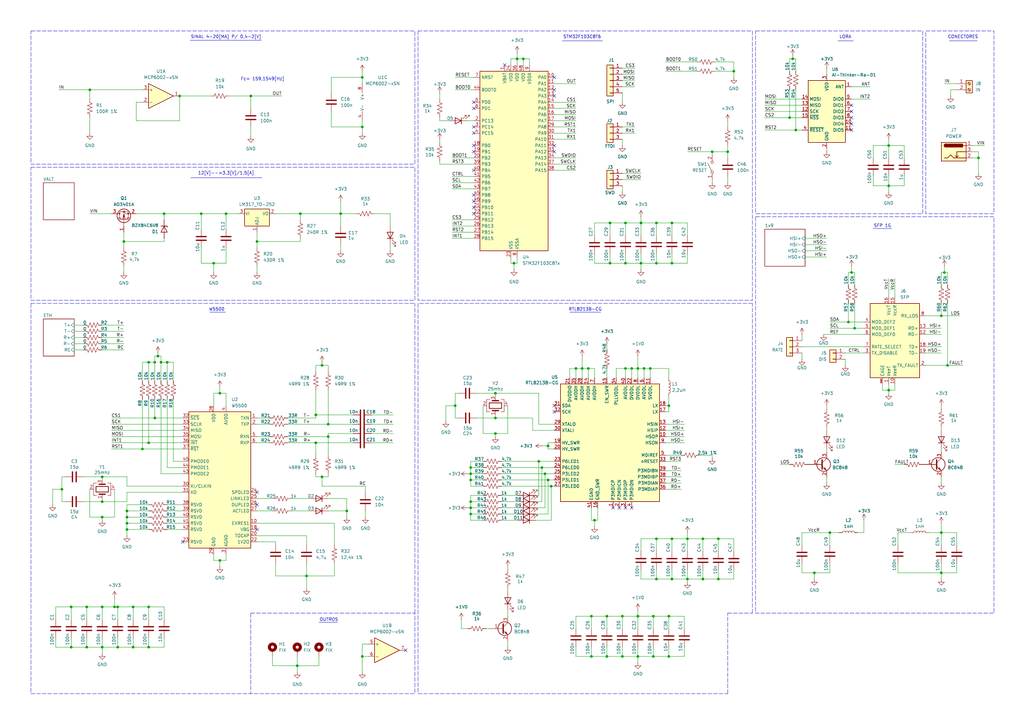
<source format=kicad_sch>
(kicad_sch (version 20231120) (generator "eeschema") (generator_version "8.0")
  (paper "A3")
  (title_block (title "SFP_IC") (date "2025-11-07") (rev "v1.0") (company "UNIFEI-LABTEL") (comment 1 "Autor: Josué Benevides Sanchez"))
  (junction (at 36.83 36.83))
  (junction (at 267.97 269.24))
  (junction (at 129.54 170.18))
  (junction (at 224.79 196.85))
  (junction (at 214.63 24.13))
  (junction (at 148.59 269.24))
  (junction (at 54.61 265.43))
  (junction (at 212.09 24.13))
  (junction (at 139.7 87.63))
  (junction (at 41.91 195.58))
  (junction (at 203.2 161.29))
  (junction (at 82.55 87.63))
  (junction (at 60.96 181.61))
  (junction (at 340.36 218.44))
  (junction (at 60.96 248.92))
  (junction (at 52.07 214.63))
  (junction (at 326.39 53.34))
  (junction (at 388.62 149.86))
  (junction (at 242.57 252.73))
  (junction (at 386.08 218.44))
  (junction (at 142.24 209.55))
  (junction (at 105.41 99.06))
  (junction (at 364.49 76.2))
  (junction (at 269.24 91.44))
  (junction (at 250.19 107.95))
  (junction (at 350.52 134.62))
  (junction (at 66.04 148.59))
  (junction (at 29.21 265.43))
  (junction (at 266.7 151.13))
  (junction (at 274.32 252.73))
  (junction (at 288.29 237.49))
  (junction (at 134.62 179.07))
  (junction (at 223.52 194.31))
  (junction (at 256.54 91.44))
  (junction (at 269.24 107.95))
  (junction (at 274.32 269.24))
  (junction (at 259.08 151.13))
  (junction (at 275.59 237.49))
  (junction (at 250.19 91.44))
  (junction (at 35.56 248.92))
  (junction (at 46.99 248.92))
  (junction (at 224.79 182.88))
  (junction (at 364.49 160.02))
  (junction (at 288.29 220.98))
  (junction (at 193.04 196.85))
  (junction (at 262.89 91.44))
  (junction (at 262.89 107.95))
  (junction (at 248.92 269.24))
  (junction (at 281.94 237.49))
  (junction (at 255.27 269.24))
  (junction (at 87.63 107.95))
  (junction (at 193.04 210.82))
  (junction (at 255.27 252.73))
  (junction (at 121.92 273.05))
  (junction (at 264.16 151.13))
  (junction (at 54.61 248.92))
  (junction (at 48.26 248.92))
  (junction (at 248.92 252.73))
  (junction (at 129.54 181.61))
  (junction (at 134.62 173.99))
  (junction (at 63.5 148.59))
  (junction (at 52.07 209.55))
  (junction (at 256.54 107.95))
  (junction (at 203.2 177.8))
  (junction (at 193.04 194.31))
  (junction (at 203.2 171.45))
  (junction (at 256.54 151.13))
  (junction (at 92.71 87.63))
  (junction (at 298.45 62.23))
  (junction (at 401.32 64.77))
  (junction (at 281.94 220.98))
  (junction (at 193.04 208.28))
  (junction (at 325.12 24.13))
  (junction (at 347.98 132.08))
  (junction (at 41.91 205.74))
  (junction (at 48.26 265.43))
  (junction (at 274.32 166.37))
  (junction (at 90.17 161.29))
  (junction (at 67.31 87.63))
  (junction (at 386.08 129.54))
  (junction (at 41.91 265.43))
  (junction (at 238.76 151.13))
  (junction (at 64.77 146.05))
  (junction (at 226.06 199.39))
  (junction (at 386.08 234.95))
  (junction (at 73.66 39.37))
  (junction (at 193.04 191.77))
  (junction (at 220.98 189.23))
  (junction (at 275.59 91.44))
  (junction (at 148.59 52.07))
  (junction (at 292.1 62.23))
  (junction (at 210.82 107.95))
  (junction (at 222.25 191.77))
  (junction (at 41.91 212.09))
  (junction (at 186.69 166.37))
  (junction (at 125.73 236.22))
  (junction (at 294.64 220.98))
  (junction (at 123.19 87.63))
  (junction (at 387.35 111.76))
  (junction (at 269.24 220.98))
  (junction (at 323.85 48.26))
  (junction (at 60.96 148.59))
  (junction (at 261.62 269.24))
  (junction (at 35.56 265.43))
  (junction (at 261.62 252.73))
  (junction (at 334.01 234.95))
  (junction (at 132.08 195.58))
  (junction (at 364.49 59.69))
  (junction (at 41.91 248.92))
  (junction (at 300.99 29.21))
  (junction (at 269.24 237.49))
  (junction (at 275.59 220.98))
  (junction (at 236.22 151.13))
  (junction (at 148.59 31.75))
  (junction (at 349.25 111.76))
  (junction (at 50.8 99.06))
  (junction (at 68.58 148.59))
  (junction (at 58.42 184.15))
  (junction (at 52.07 217.17))
  (junction (at 102.87 39.37))
  (junction (at 29.21 248.92))
  (junction (at 25.4 200.66))
  (junction (at 90.17 229.87))
  (junction (at 267.97 252.73))
  (junction (at 243.84 213.36))
  (junction (at 241.3 151.13))
  (junction (at 132.08 149.86))
  (junction (at 275.59 107.95))
  (junction (at 261.62 151.13))
  (junction (at 63.5 171.45))
  (junction (at 294.64 237.49))
  (junction (at 52.07 212.09))
  (junction (at 60.96 265.43))
  (junction (at 242.57 269.24))
  (junction (at 193.04 205.74))
  (no_connect (at 349.25 50.8))
  (no_connect (at 251.46 208.28))
  (no_connect (at 227.33 36.83))
  (no_connect (at 194.31 82.55))
  (no_connect (at 166.37 266.7))
  (no_connect (at 227.33 166.37))
  (no_connect (at 194.31 54.61))
  (no_connect (at 227.33 62.23))
  (no_connect (at 194.31 41.91))
  (no_connect (at 194.31 80.01))
  (no_connect (at 227.33 39.37))
  (no_connect (at 227.33 168.91))
  (no_connect (at 349.25 48.26))
  (no_connect (at 259.08 208.28))
  (no_connect (at 105.41 201.93))
  (no_connect (at 349.25 45.72))
  (no_connect (at 194.31 59.69))
  (no_connect (at 207.01 26.67))
  (no_connect (at 105.41 207.01))
  (no_connect (at 105.41 217.17))
  (no_connect (at 227.33 31.75))
  (no_connect (at 194.31 44.45))
  (no_connect (at 194.31 52.07))
  (no_connect (at 349.25 53.34))
  (no_connect (at 194.31 62.23))
  (no_connect (at 349.25 43.18))
  (no_connect (at 227.33 59.69))
  (no_connect (at 194.31 85.09))
  (no_connect (at 194.31 69.85))
  (no_connect (at 256.54 208.28))
  (no_connect (at 254 208.28))
  (no_connect (at 194.31 87.63))
  (no_connect (at 74.93 222.25))
  (wire (pts (xy 262.89 233.68) (xy 262.89 237.49)))
  (wire (pts (xy 275.59 104.14) (xy 275.59 107.95)))
  (wire (pts (xy 243.84 104.14) (xy 243.84 107.95)))
  (wire (pts (xy 401.32 62.23) (xy 398.78 62.23)))
  (wire (pts (xy 220.98 173.99) (xy 220.98 161.29)))
  (wire (pts (xy 350.52 124.46) (xy 350.52 134.62)))
  (wire (pts (xy 63.5 163.83) (xy 63.5 171.45)))
  (wire (pts (xy 368.3 231.14) (xy 368.3 234.95)))
  (wire (pts (xy 58.42 163.83) (xy 58.42 184.15)))
  (wire (pts (xy 68.58 212.09) (xy 74.93 212.09)))
  (wire (pts (xy 358.14 76.2) (xy 364.49 76.2)))
  (wire (pts (xy 313.69 48.26) (xy 323.85 48.26)))
  (wire (pts (xy 267.97 257.81) (xy 267.97 252.73)))
  (wire (pts (xy 227.33 34.29) (xy 236.22 34.29)))
  (wire (pts (xy 185.42 95.25) (xy 194.31 95.25)))
  (wire (pts (xy 269.24 233.68) (xy 269.24 237.49)))
  (wire (pts (xy 255.27 54.61) (xy 260.35 54.61)))
  (wire (pts (xy 255.27 27.94) (xy 260.35 27.94)))
  (wire (pts (xy 323.85 29.21) (xy 323.85 24.13)))
  (wire (pts (xy 243.84 151.13) (xy 243.84 154.94)))
  (wire (pts (xy 288.29 233.68) (xy 288.29 237.49)))
  (wire (pts (xy 267.97 269.24) (xy 274.32 269.24)))
  (wire (pts (xy 220.98 189.23) (xy 227.33 189.23)))
  (wire (pts (xy 281.94 62.23) (xy 292.1 62.23)))
  (wire (pts (xy 313.69 40.64) (xy 328.93 40.64)))
  (wire (pts (xy 60.96 148.59) (xy 58.42 148.59)))
  (wire (pts (xy 41.91 140.97) (xy 50.8 140.97)))
  (wire (pts (xy 132.08 195.58) (xy 134.62 195.58)))
  (wire (pts (xy 347.98 124.46) (xy 347.98 132.08)))
  (wire (pts (xy 193.04 194.31) (xy 193.04 191.77)))
  (wire (pts (xy 294.64 233.68) (xy 294.64 237.49)))
  (wire (pts (xy 241.3 151.13) (xy 243.84 151.13)))
  (wire (pts (xy 68.58 163.83) (xy 68.58 191.77)))
  (wire (pts (xy 129.54 181.61) (xy 129.54 186.69)))
  (wire (pts (xy 358.14 59.69) (xy 364.49 59.69)))
  (wire (pts (xy 292.1 73.66) (xy 292.1 74.93)))
  (wire (pts (xy 113.03 236.22) (xy 125.73 236.22)))
  (wire (pts (xy 386.08 175.26) (xy 386.08 176.53)))
  (polyline (pts (xy 343.662 16.764) (xy 350.012 16.764)))
  (wire (pts (xy 21.59 200.66) (xy 25.4 200.66)))
  (wire (pts (xy 238.76 146.05) (xy 238.76 151.13)))
  (wire (pts (xy 379.73 137.16) (xy 386.08 137.16)))
  (wire (pts (xy 134.62 204.47) (xy 142.24 204.47)))
  (wire (pts (xy 389.89 36.83) (xy 392.43 36.83)))
  (wire (pts (xy 92.71 107.95) (xy 92.71 101.6)))
  (wire (pts (xy 148.59 269.24) (xy 151.13 269.24)))
  (wire (pts (xy 274.32 151.13) (xy 266.7 151.13)))
  (wire (pts (xy 134.62 177.8) (xy 134.62 179.07)))
  (wire (pts (xy 180.34 67.31) (xy 194.31 67.31)))
  (wire (pts (xy 68.58 214.63) (xy 74.93 214.63)))
  (wire (pts (xy 401.32 71.12) (xy 401.32 64.77)))
  (wire (pts (xy 298.45 49.53) (xy 298.45 52.07)))
  (polyline (pts (xy 298.45 284.48) (xy 298.45 251.46)) (stroke (width 0) (type dash)))
  (wire (pts (xy 368.3 218.44) (xy 373.38 218.44)))
  (wire (pts (xy 379.73 129.54) (xy 386.08 129.54)))
  (wire (pts (xy 68.58 209.55) (xy 74.93 209.55)))
  (wire (pts (xy 294.64 220.98) (xy 300.99 220.98)))
  (wire (pts (xy 379.73 149.86) (xy 388.62 149.86)))
  (wire (pts (xy 203.2 161.29) (xy 203.2 162.56)))
  (wire (pts (xy 261.62 151.13) (xy 261.62 154.94)))
  (wire (pts (xy 274.32 162.56) (xy 274.32 166.37)))
  (wire (pts (xy 52.07 209.55) (xy 52.07 212.09)))
  (wire (pts (xy 71.12 163.83) (xy 71.12 189.23)))
  (wire (pts (xy 269.24 91.44) (xy 262.89 91.44)))
  (wire (pts (xy 281.94 220.98) (xy 281.94 226.06)))
  (wire (pts (xy 292.1 186.69) (xy 287.02 186.69)))
  (wire (pts (xy 118.11 181.61) (xy 129.54 181.61)))
  (wire (pts (xy 74.93 201.93) (xy 52.07 201.93)))
  (wire (pts (xy 148.59 52.07) (xy 148.59 54.61)))
  (wire (pts (xy 274.32 269.24) (xy 280.67 269.24)))
  (wire (pts (xy 255.27 35.56) (xy 260.35 35.56)))
  (wire (pts (xy 261.62 146.05) (xy 261.62 151.13)))
  (wire (pts (xy 386.08 218.44) (xy 386.08 223.52)))
  (wire (pts (xy 118.11 171.45) (xy 129.54 171.45)))
  (wire (pts (xy 236.22 257.81) (xy 236.22 252.73)))
  (wire (pts (xy 250.19 91.44) (xy 256.54 91.44)))
  (wire (pts (xy 387.35 109.22) (xy 387.35 111.76)))
  (wire (pts (xy 142.24 204.47) (xy 142.24 209.55)))
  (wire (pts (xy 93.98 39.37) (xy 102.87 39.37)))
  (wire (pts (xy 273.05 200.66) (xy 279.4 200.66)))
  (wire (pts (xy 111.76 269.24) (xy 111.76 273.05)))
  (polyline (pts (xy 12.7 124.46) (xy 12.7 284.48)) (stroke (width 0) (type dash)))
  (polyline (pts (xy 389.382 16.764) (xy 400.812 16.764)))
  (wire (pts (xy 193.04 203.2) (xy 198.12 203.2)))
  (wire (pts (xy 137.16 214.63) (xy 105.41 214.63)))
  (wire (pts (xy 48.26 248.92) (xy 54.61 248.92)))
  (wire (pts (xy 243.84 213.36) (xy 245.11 213.36)))
  (wire (pts (xy 45.72 179.07) (xy 74.93 179.07)))
  (wire (pts (xy 54.61 265.43) (xy 60.96 265.43)))
  (wire (pts (xy 180.34 66.04) (xy 180.34 67.31)))
  (wire (pts (xy 208.28 232.41) (xy 208.28 233.68)))
  (wire (pts (xy 209.55 26.67) (xy 209.55 24.13)))
  (wire (pts (xy 25.4 205.74) (xy 26.67 205.74)))
  (wire (pts (xy 217.17 24.13) (xy 217.17 26.67)))
  (wire (pts (xy 102.87 44.45) (xy 102.87 39.37)))
  (wire (pts (xy 323.85 36.83) (xy 323.85 48.26)))
  (wire (pts (xy 41.91 265.43) (xy 41.91 267.97)))
  (wire (pts (xy 347.98 132.08) (xy 354.33 132.08)))
  (wire (pts (xy 386.08 184.15) (xy 386.08 185.42)))
  (wire (pts (xy 292.1 187.96) (xy 292.1 186.69)))
  (wire (pts (xy 273.05 189.23) (xy 279.4 189.23)))
  (wire (pts (xy 281.94 233.68) (xy 281.94 237.49)))
  (wire (pts (xy 326.39 53.34) (xy 328.93 53.34)))
  (wire (pts (xy 242.57 265.43) (xy 242.57 269.24)))
  (wire (pts (xy 186.69 161.29) (xy 186.69 166.37)))
  (wire (pts (xy 224.79 182.88) (xy 224.79 181.61)))
  (wire (pts (xy 334.01 234.95) (xy 334.01 237.49)))
  (wire (pts (xy 152.4 181.61) (xy 161.29 181.61)))
  (wire (pts (xy 269.24 107.95) (xy 275.59 107.95)))
  (wire (pts (xy 198.12 177.8) (xy 203.2 177.8)))
  (wire (pts (xy 193.04 205.74) (xy 198.12 205.74)))
  (wire (pts (xy 25.4 200.66) (xy 25.4 205.74)))
  (wire (pts (xy 205.74 191.77) (xy 222.25 191.77)))
  (wire (pts (xy 256.54 104.14) (xy 256.54 107.95)))
  (wire (pts (xy 160.02 87.63) (xy 160.02 92.71)))
  (wire (pts (xy 113.03 223.52) (xy 113.03 222.25)))
  (wire (pts (xy 66.04 194.31) (xy 74.93 194.31)))
  (wire (pts (xy 242.57 269.24) (xy 248.92 269.24)))
  (wire (pts (xy 35.56 265.43) (xy 41.91 265.43)))
  (wire (pts (xy 199.39 257.81) (xy 200.66 257.81)))
  (wire (pts (xy 212.09 24.13) (xy 214.63 24.13)))
  (wire (pts (xy 105.41 99.06) (xy 105.41 101.6)))
  (wire (pts (xy 274.32 154.94) (xy 274.32 151.13)))
  (wire (pts (xy 58.42 41.91) (xy 55.88 41.91)))
  (wire (pts (xy 236.22 265.43) (xy 236.22 269.24)))
  (wire (pts (xy 220.98 189.23) (xy 220.98 203.2)))
  (wire (pts (xy 248.92 257.81) (xy 248.92 252.73)))
  (wire (pts (xy 137.16 231.14) (xy 137.16 236.22)))
  (wire (pts (xy 198.12 166.37) (xy 198.12 177.8)))
  (wire (pts (xy 132.08 149.86) (xy 129.54 149.86)))
  (wire (pts (xy 392.43 231.14) (xy 392.43 234.95)))
  (wire (pts (xy 261.62 151.13) (xy 264.16 151.13)))
  (wire (pts (xy 60.96 207.01) (xy 52.07 207.01)))
  (wire (pts (xy 219.71 210.82) (xy 224.79 210.82)))
  (wire (pts (xy 123.19 99.06) (xy 123.19 97.79)))
  (wire (pts (xy 273.05 181.61) (xy 280.67 181.61)))
  (wire (pts (xy 236.22 269.24) (xy 242.57 269.24)))
  (wire (pts (xy 269.24 91.44) (xy 275.59 91.44)))
  (wire (pts (xy 349.25 111.76) (xy 347.98 111.76)))
  (wire (pts (xy 148.59 29.21) (xy 148.59 31.75)))
  (wire (pts (xy 121.92 269.24) (xy 121.92 273.05)))
  (wire (pts (xy 41.91 265.43) (xy 48.26 265.43)))
  (wire (pts (xy 364.49 57.15) (xy 364.49 59.69)))
  (wire (pts (xy 55.88 87.63) (xy 67.31 87.63)))
  (wire (pts (xy 45.72 176.53) (xy 74.93 176.53)))
  (wire (pts (xy 212.09 24.13) (xy 212.09 26.67)))
  (wire (pts (xy 193.04 213.36) (xy 193.04 210.82)))
  (wire (pts (xy 68.58 148.59) (xy 66.04 148.59)))
  (wire (pts (xy 275.59 91.44) (xy 275.59 96.52)))
  (wire (pts (xy 185.42 92.71) (xy 194.31 92.71)))
  (polyline (pts (xy 233.68 128.016) (xy 246.38 128.016)))
  (wire (pts (xy 328.93 223.52) (xy 328.93 218.44)))
  (polyline (pts (xy 308.61 251.46) (xy 308.61 124.46)) (stroke (width 0) (type dash)))
  (wire (pts (xy 22.86 254) (xy 22.86 248.92)))
  (wire (pts (xy 60.96 248.92) (xy 67.31 248.92)))
  (wire (pts (xy 273.05 193.04) (xy 279.4 193.04)))
  (wire (pts (xy 66.04 163.83) (xy 66.04 194.31)))
  (wire (pts (xy 300.99 220.98) (xy 300.99 226.06)))
  (wire (pts (xy 149.86 199.39) (xy 132.08 199.39)))
  (wire (pts (xy 186.69 166.37) (xy 186.69 171.45)))
  (wire (pts (xy 185.42 64.77) (xy 194.31 64.77)))
  (wire (pts (xy 30.48 138.43) (xy 34.29 138.43)))
  (wire (pts (xy 185.42 77.47) (xy 194.31 77.47)))
  (wire (pts (xy 367.03 114.3) (xy 367.03 121.92)))
  (wire (pts (xy 269.24 96.52) (xy 269.24 91.44)))
  (wire (pts (xy 105.41 179.07) (xy 110.49 179.07)))
  (wire (pts (xy 273.05 198.12) (xy 279.4 198.12)))
  (wire (pts (xy 313.69 53.34) (xy 326.39 53.34)))
  (wire (pts (xy 92.71 229.87) (xy 92.71 227.33)))
  (wire (pts (xy 275.59 91.44) (xy 281.94 91.44)))
  (wire (pts (xy 60.96 181.61) (xy 74.93 181.61)))
  (wire (pts (xy 54.61 261.62) (xy 54.61 265.43)))
  (wire (pts (xy 252.73 151.13) (xy 256.54 151.13)))
  (wire (pts (xy 191.77 208.28) (xy 193.04 208.28)))
  (wire (pts (xy 370.84 64.77) (xy 370.84 59.69)))
  (wire (pts (xy 243.84 107.95) (xy 250.19 107.95)))
  (wire (pts (xy 50.8 99.06) (xy 50.8 101.6)))
  (wire (pts (xy 328.93 142.24) (xy 354.33 142.24)))
  (wire (pts (xy 233.68 154.94) (xy 233.68 151.13)))
  (wire (pts (xy 398.78 64.77) (xy 401.32 64.77)))
  (wire (pts (xy 210.82 107.95) (xy 212.09 107.95)))
  (wire (pts (xy 41.91 143.51) (xy 50.8 143.51)))
  (wire (pts (xy 30.48 133.35) (xy 34.29 133.35)))
  (wire (pts (xy 269.24 104.14) (xy 269.24 107.95)))
  (wire (pts (xy 189.23 257.81) (xy 189.23 254)))
  (wire (pts (xy 262.89 107.95) (xy 269.24 107.95)))
  (wire (pts (xy 354.33 213.36) (xy 354.33 218.44)))
  (wire (pts (xy 129.54 194.31) (xy 129.54 195.58)))
  (wire (pts (xy 349.25 40.64) (xy 356.87 40.64)))
  (wire (pts (xy 386.08 166.37) (xy 386.08 167.64)))
  (wire (pts (xy 129.54 170.18) (xy 144.78 170.18)))
  (polyline (pts (xy 171.45 284.48) (xy 298.45 284.48)) (stroke (width 0) (type dash)))
  (wire (pts (xy 45.72 181.61) (xy 60.96 181.61)))
  (wire (pts (xy 205.74 199.39) (xy 226.06 199.39)))
  (wire (pts (xy 41.91 212.09) (xy 41.91 213.36)))
  (wire (pts (xy 105.41 171.45) (xy 110.49 171.45)))
  (wire (pts (xy 339.09 102.87) (xy 330.2 102.87)))
  (wire (pts (xy 198.12 213.36) (xy 193.04 213.36)))
  (wire (pts (xy 52.07 195.58) (xy 41.91 195.58)))
  (wire (pts (xy 248.92 151.13) (xy 248.92 154.94)))
  (wire (pts (xy 280.67 269.24) (xy 280.67 265.43)))
  (wire (pts (xy 242.57 252.73) (xy 248.92 252.73)))
  (wire (pts (xy 281.94 218.44) (xy 281.94 220.98)))
  (wire (pts (xy 22.86 248.92) (xy 29.21 248.92)))
  (wire (pts (xy 45.72 173.99) (xy 74.93 173.99)))
  (wire (pts (xy 130.81 273.05) (xy 130.81 269.24)))
  (wire (pts (xy 323.85 24.13) (xy 325.12 24.13)))
  (wire (pts (xy 92.71 166.37) (xy 92.71 161.29)))
  (wire (pts (xy 227.33 184.15) (xy 224.79 184.15)))
  (wire (pts (xy 350.52 111.76) (xy 350.52 116.84)))
  (polyline (pts (xy 12.7 124.46) (xy 170.18 124.46)) (stroke (width 0) (type dash)))
  (wire (pts (xy 261.62 269.24) (xy 261.62 271.78)))
  (wire (pts (xy 191.77 49.53) (xy 194.31 49.53)))
  (wire (pts (xy 388.62 149.86) (xy 394.97 149.86)))
  (wire (pts (xy 41.91 248.92) (xy 46.99 248.92)))
  (wire (pts (xy 386.08 234.95) (xy 386.08 237.49)))
  (polyline (pts (xy 12.7 284.48) (xy 102.87 284.48)) (stroke (width 0) (type dash)))
  (wire (pts (xy 92.71 161.29) (xy 90.17 161.29)))
  (wire (pts (xy 346.71 144.78) (xy 354.33 144.78)))
  (wire (pts (xy 368.3 223.52) (xy 368.3 218.44)))
  (wire (pts (xy 195.58 171.45) (xy 203.2 171.45)))
  (wire (pts (xy 35.56 248.92) (xy 41.91 248.92)))
  (wire (pts (xy 68.58 191.77) (xy 74.93 191.77)))
  (wire (pts (xy 203.2 177.8) (xy 208.28 177.8)))
  (wire (pts (xy 255.27 76.2) (xy 255.27 78.74)))
  (wire (pts (xy 255.27 73.66) (xy 262.89 73.66)))
  (wire (pts (xy 29.21 265.43) (xy 35.56 265.43)))
  (wire (pts (xy 262.89 107.95) (xy 262.89 110.49)))
  (wire (pts (xy 300.99 29.21) (xy 293.37 29.21)))
  (wire (pts (xy 294.64 220.98) (xy 294.64 226.06)))
  (wire (pts (xy 60.96 148.59) (xy 60.96 156.21)))
  (wire (pts (xy 137.16 223.52) (xy 137.16 214.63)))
  (wire (pts (xy 139.7 82.55) (xy 139.7 87.63)))
  (wire (pts (xy 152.4 173.99) (xy 161.29 173.99)))
  (wire (pts (xy 52.07 217.17) (xy 60.96 217.17)))
  (wire (pts (xy 326.39 24.13) (xy 325.12 24.13)))
  (wire (pts (xy 87.63 161.29) (xy 87.63 166.37)))
  (wire (pts (xy 389.89 39.37) (xy 389.89 36.83)))
  (wire (pts (xy 386.08 234.95) (xy 386.08 231.14)))
  (polyline (pts (xy 171.45 124.46) (xy 171.45 284.48)) (stroke (width 0) (type dash)))
  (wire (pts (xy 135.89 45.72) (xy 135.89 52.07)))
  (wire (pts (xy 119.38 209.55) (xy 127 209.55)))
  (wire (pts (xy 29.21 248.92) (xy 35.56 248.92)))
  (wire (pts (xy 21.59 207.01) (xy 21.59 200.66)))
  (wire (pts (xy 50.8 95.25) (xy 50.8 99.06)))
  (polyline (pts (xy 358.14 93.726) (xy 365.76 93.726)))
  (wire (pts (xy 219.71 208.28) (xy 223.52 208.28)))
  (wire (pts (xy 36.83 48.26) (xy 36.83 54.61)))
  (wire (pts (xy 87.63 107.95) (xy 92.71 107.95)))
  (wire (pts (xy 58.42 184.15) (xy 74.93 184.15)))
  (wire (pts (xy 193.04 194.31) (xy 198.12 194.31)))
  (wire (pts (xy 364.49 76.2) (xy 364.49 78.74)))
  (wire (pts (xy 180.34 49.53) (xy 184.15 49.53)))
  (wire (pts (xy 313.69 43.18) (xy 328.93 43.18)))
  (wire (pts (xy 274.32 252.73) (xy 280.67 252.73)))
  (wire (pts (xy 52.07 199.39) (xy 52.07 195.58)))
  (wire (pts (xy 134.62 195.58) (xy 134.62 194.31)))
  (wire (pts (xy 135.89 31.75) (xy 148.59 31.75)))
  (wire (pts (xy 185.42 97.79) (xy 194.31 97.79)))
  (wire (pts (xy 273.05 176.53) (xy 280.67 176.53)))
  (wire (pts (xy 267.97 269.24) (xy 261.62 269.24)))
  (wire (pts (xy 328.93 234.95) (xy 334.01 234.95)))
  (wire (pts (xy 326.39 36.83) (xy 326.39 53.34)))
  (wire (pts (xy 90.17 158.75) (xy 90.17 161.29)))
  (wire (pts (xy 41.91 195.58) (xy 41.91 196.85)))
  (wire (pts (xy 102.87 52.07) (xy 102.87 55.88)))
  (wire (pts (xy 193.04 199.39) (xy 193.04 196.85)))
  (wire (pts (xy 261.62 252.73) (xy 255.27 252.73)))
  (wire (pts (xy 123.19 90.17) (xy 123.19 87.63)))
  (wire (pts (xy 180.34 38.1) (xy 180.34 40.64)))
  (wire (pts (xy 46.99 245.11) (xy 46.99 248.92)))
  (wire (pts (xy 55.88 49.53) (xy 73.66 49.53)))
  (wire (pts (xy 346.71 149.86) (xy 346.71 147.32)))
  (wire (pts (xy 300.99 29.21) (xy 300.99 31.75)))
  (wire (pts (xy 339.09 60.96) (xy 339.09 62.23)))
  (wire (pts (xy 255.27 30.48) (xy 260.35 30.48)))
  (wire (pts (xy 87.63 229.87) (xy 90.17 229.87)))
  (wire (pts (xy 255.27 57.15) (xy 255.27 59.69)))
  (wire (pts (xy 242.57 257.81) (xy 242.57 252.73)))
  (wire (pts (xy 82.55 101.6) (xy 82.55 107.95)))
  (wire (pts (xy 236.22 252.73) (xy 242.57 252.73)))
  (wire (pts (xy 223.52 194.31) (xy 227.33 194.31)))
  (wire (pts (xy 63.5 171.45) (xy 74.93 171.45)))
  (wire (pts (xy 45.72 184.15) (xy 58.42 184.15)))
  (wire (pts (xy 29.21 248.92) (xy 29.21 254)))
  (wire (pts (xy 349.25 109.22) (xy 349.25 111.76)))
  (wire (pts (xy 339.09 100.33) (xy 330.2 100.33)))
  (wire (pts (xy 212.09 107.95) (xy 212.09 105.41)))
  (wire (pts (xy 67.31 248.92) (xy 67.31 254)))
  (wire (pts (xy 280.67 252.73) (xy 280.67 257.81)))
  (wire (pts (xy 68.58 217.17) (xy 74.93 217.17)))
  (wire (pts (xy 46.99 212.09) (xy 46.99 200.66)))
  (wire (pts (xy 298.45 72.39) (xy 298.45 74.93)))
  (wire (pts (xy 334.01 234.95) (xy 340.36 234.95)))
  (wire (pts (xy 132.08 199.39) (xy 132.08 195.58)))
  (wire (pts (xy 262.89 96.52) (xy 262.89 91.44)))
  (wire (pts (xy 261.62 269.24) (xy 255.27 269.24)))
  (wire (pts (xy 193.04 208.28) (xy 193.04 205.74)))
  (wire (pts (xy 52.07 214.63) (xy 52.07 217.17)))
  (polyline (pts (xy 170.18 251.46) (xy 170.18 124.46)) (stroke (width 0) (type dash)))
  (wire (pts (xy 41.91 138.43) (xy 50.8 138.43)))
  (wire (pts (xy 125.73 223.52) (xy 125.73 219.71)))
  (wire (pts (xy 205.74 203.2) (xy 212.09 203.2)))
  (wire (pts (xy 60.96 261.62) (xy 60.96 265.43)))
  (wire (pts (xy 48.26 261.62) (xy 48.26 265.43)))
  (wire (pts (xy 82.55 93.98) (xy 82.55 87.63)))
  (wire (pts (xy 139.7 87.63) (xy 146.05 87.63)))
  (wire (pts (xy 129.54 160.02) (xy 129.54 170.18)))
  (wire (pts (xy 340.36 134.62) (xy 350.52 134.62)))
  (wire (pts (xy 186.69 171.45) (xy 187.96 171.45)))
  (wire (pts (xy 339.09 195.58) (xy 339.09 198.12)))
  (wire (pts (xy 182.88 172.72) (xy 182.88 166.37)))
  (wire (pts (xy 281.94 237.49) (xy 288.29 237.49)))
  (wire (pts (xy 60.96 248.92) (xy 60.96 254)))
  (wire (pts (xy 134.62 179.07) (xy 134.62 186.69)))
  (wire (pts (xy 90.17 161.29) (xy 87.63 161.29)))
  (wire (pts (xy 205.74 194.31) (xy 223.52 194.31)))
  (polyline (pts (xy 86.106 128.016) (xy 92.456 128.016)))
  (wire (pts (xy 323.85 48.26) (xy 328.93 48.26)))
  (wire (pts (xy 205.74 213.36) (xy 212.09 213.36)))
  (wire (pts (xy 298.45 62.23) (xy 298.45 64.77)))
  (wire (pts (xy 135.89 38.1) (xy 135.89 31.75)))
  (wire (pts (xy 52.07 212.09) (xy 52.07 214.63)))
  (wire (pts (xy 313.69 45.72) (xy 328.93 45.72)))
  (wire (pts (xy 214.63 24.13) (xy 214.63 26.67)))
  (wire (pts (xy 248.92 252.73) (xy 255.27 252.73)))
  (wire (pts (xy 358.14 64.77) (xy 358.14 59.69)))
  (wire (pts (xy 74.93 199.39) (xy 52.07 199.39)))
  (wire (pts (xy 256.54 151.13) (xy 259.08 151.13)))
  (wire (pts (xy 293.37 25.4) (xy 300.99 25.4)))
  (wire (pts (xy 186.69 36.83) (xy 194.31 36.83)))
  (wire (pts (xy 250.19 107.95) (xy 256.54 107.95)))
  (wire (pts (xy 180.34 48.26) (xy 180.34 49.53)))
  (wire (pts (xy 262.89 226.06) (xy 262.89 220.98)))
  (wire (pts (xy 242.57 208.28) (xy 242.57 213.36)))
  (wire (pts (xy 68.58 156.21) (xy 68.58 148.59)))
  (wire (pts (xy 255.27 265.43) (xy 255.27 269.24)))
  (wire (pts (xy 60.96 163.83) (xy 60.96 181.61)))
  (wire (pts (xy 255.27 38.1) (xy 255.27 41.91)))
  (wire (pts (xy 398.78 59.69) (xy 403.86 59.69)))
  (wire (pts (xy 275.59 233.68) (xy 275.59 237.49)))
  (wire (pts (xy 340.36 132.08) (xy 347.98 132.08)))
  (wire (pts (xy 142.24 209.55) (xy 134.62 209.55)))
  (wire (pts (xy 386.08 124.46) (xy 386.08 129.54)))
  (wire (pts (xy 248.92 140.97) (xy 248.92 143.51)))
  (wire (pts (xy 90.17 229.87) (xy 92.71 229.87)))
  (wire (pts (xy 262.89 88.9) (xy 262.89 91.44)))
  (wire (pts (xy 255.27 257.81) (xy 255.27 252.73)))
  (wire (pts (xy 58.42 148.59) (xy 58.42 156.21)))
  (wire (pts (xy 248.92 265.43) (xy 248.92 269.24)))
  (wire (pts (xy 236.22 57.15) (xy 227.33 57.15)))
  (wire (pts (xy 275.59 220.98) (xy 281.94 220.98)))
  (wire (pts (xy 129.54 149.86) (xy 129.54 152.4)))
  (wire (pts (xy 36.83 87.63) (xy 45.72 87.63)))
  (wire (pts (xy 30.48 143.51) (xy 34.29 143.51)))
  (wire (pts (xy 205.74 208.28) (xy 212.09 208.28)))
  (wire (pts (xy 67.31 87.63) (xy 67.31 90.17)))
  (wire (pts (xy 243.84 96.52) (xy 243.84 91.44)))
  (wire (pts (xy 193.04 191.77) (xy 193.04 189.23)))
  (wire (pts (xy 52.07 201.93) (xy 52.07 205.74)))
  (wire (pts (xy 149.86 209.55) (xy 149.86 212.09)))
  (wire (pts (xy 41.91 205.74) (xy 41.91 204.47)))
  (wire (pts (xy 139.7 100.33) (xy 139.7 102.87)))
  (wire (pts (xy 208.28 177.8) (xy 208.28 166.37)))
  (wire (pts (xy 300.99 237.49) (xy 300.99 233.68)))
  (wire (pts (xy 281.94 107.95) (xy 281.94 104.14)))
  (wire (pts (xy 236.22 69.85) (xy 227.33 69.85)))
  (wire (pts (xy 54.61 248.92) (xy 60.96 248.92)))
  (polyline (pts (xy 308.61 124.46) (xy 171.45 124.46)) (stroke (width 0) (type dash)))
  (wire (pts (xy 281.94 91.44) (xy 281.94 96.52)))
  (wire (pts (xy 262.89 104.14) (xy 262.89 107.95)))
  (wire (pts (xy 274.32 166.37) (xy 274.32 168.91)))
  (wire (pts (xy 205.74 189.23) (xy 220.98 189.23)))
  (wire (pts (xy 326.39 29.21) (xy 326.39 24.13)))
  (wire (pts (xy 121.92 273.05) (xy 130.81 273.05)))
  (wire (pts (xy 367.03 157.48) (xy 367.03 160.02)))
  (wire (pts (xy 364.49 72.39) (xy 364.49 76.2)))
  (wire (pts (xy 339.09 27.94) (xy 339.09 30.48)))
  (wire (pts (xy 185.42 72.39) (xy 194.31 72.39)))
  (wire (pts (xy 209.55 105.41) (xy 209.55 107.95)))
  (wire (pts (xy 252.73 154.94) (xy 252.73 151.13)))
  (wire (pts (xy 275.59 107.95) (xy 281.94 107.95)))
  (wire (pts (xy 149.86 201.93) (xy 149.86 199.39)))
  (wire (pts (xy 54.61 248.92) (xy 54.61 254)))
  (wire (pts (xy 198.12 210.82) (xy 193.04 210.82)))
  (wire (pts (xy 105.41 95.25) (xy 105.41 99.06)))
  (wire (pts (xy 71.12 148.59) (xy 68.58 148.59)))
  (wire (pts (xy 118.11 179.07) (xy 134.62 179.07)))
  (wire (pts (xy 392.43 223.52) (xy 392.43 218.44)))
  (wire (pts (xy 370.84 72.39) (xy 370.84 76.2)))
  (wire (pts (xy 350.52 134.62) (xy 354.33 134.62)))
  (wire (pts (xy 274.32 168.91) (xy 273.05 168.91)))
  (wire (pts (xy 67.31 87.63) (xy 82.55 87.63)))
  (wire (pts (xy 264.16 151.13) (xy 264.16 154.94)))
  (wire (pts (xy 288.29 237.49) (xy 294.64 237.49)))
  (wire (pts (xy 135.89 52.07) (xy 148.59 52.07)))
  (wire (pts (xy 151.13 264.16) (xy 148.59 264.16)))
  (wire (pts (xy 30.48 135.89) (xy 34.29 135.89)))
  (wire (pts (xy 269.24 237.49) (xy 275.59 237.49)))
  (wire (pts (xy 294.64 237.49) (xy 300.99 237.49)))
  (wire (pts (xy 364.49 160.02) (xy 364.49 157.48)))
  (wire (pts (xy 191.77 257.81) (xy 189.23 257.81)))
  (wire (pts (xy 60.96 265.43) (xy 67.31 265.43)))
  (wire (pts (xy 52.07 205.74) (xy 41.91 205.74)))
  (wire (pts (xy 82.55 87.63) (xy 92.71 87.63)))
  (wire (pts (xy 105.41 99.06) (xy 123.19 99.06)))
  (wire (pts (xy 50.8 109.22) (xy 50.8 111.76)))
  (wire (pts (xy 193.04 208.28) (xy 198.12 208.28)))
  (wire (pts (xy 238.76 151.13) (xy 241.3 151.13)))
  (wire (pts (xy 227.33 41.91) (xy 236.22 41.91)))
  (wire (pts (xy 250.19 96.52) (xy 250.19 91.44)))
  (wire (pts (xy 132.08 149.86) (xy 132.08 148.59)))
  (wire (pts (xy 224.79 181.61) (xy 227.33 181.61)))
  (wire (pts (xy 267.97 252.73) (xy 261.62 252.73)))
  (wire (pts (xy 339.09 105.41) (xy 330.2 105.41)))
  (wire (pts (xy 227.33 49.53) (xy 236.22 49.53)))
  (wire (pts (xy 52.07 217.17) (xy 52.07 219.71)))
  (wire (pts (xy 71.12 156.21) (xy 71.12 148.59)))
  (wire (pts (xy 193.04 210.82) (xy 193.04 208.28)))
  (wire (pts (xy 41.91 212.09) (xy 46.99 212.09)))
  (wire (pts (xy 134.62 149.86) (xy 132.08 149.86)))
  (wire (pts (xy 273.05 195.58) (xy 279.4 195.58)))
  (wire (pts (xy 339.09 176.53) (xy 339.09 175.26)))
  (wire (pts (xy 105.41 204.47) (xy 111.76 204.47)))
  (wire (pts (xy 139.7 92.71) (xy 139.7 87.63)))
  (wire (pts (xy 255.27 52.07) (xy 260.35 52.07)))
  (wire (pts (xy 193.04 205.74) (xy 193.04 203.2)))
  (wire (pts (xy 34.29 195.58) (xy 41.91 195.58)))
  (wire (pts (xy 292.1 63.5) (xy 292.1 62.23)))
  (wire (pts (xy 281.94 220.98) (xy 288.29 220.98)))
  (wire (pts (xy 26.67 195.58) (xy 25.4 195.58)))
  (wire (pts (xy 129.54 170.18) (xy 129.54 171.45)))
  (wire (pts (xy 340.36 234.95) (xy 340.36 231.14)))
  (polyline (pts (xy 77.978 16.51) (xy 107.188 16.51)))
  (wire (pts (xy 325.12 22.86) (xy 325.12 24.13)))
  (wire (pts (xy 66.04 156.21) (xy 66.04 148.59)))
  (wire (pts (xy 288.29 220.98) (xy 294.64 220.98)))
  (wire (pts (xy 262.89 107.95) (xy 256.54 107.95)))
  (wire (pts (xy 134.62 173.99) (xy 144.78 173.99)))
  (polyline (pts (xy 130.81 255.27) (xy 138.43 255.27)))
  (wire (pts (xy 137.16 236.22) (xy 125.73 236.22)))
  (wire (pts (xy 50.8 99.06) (xy 67.31 99.06)))
  (wire (pts (xy 386.08 195.58) (xy 386.08 198.12)))
  (wire (pts (xy 205.74 205.74) (xy 212.09 205.74)))
  (wire (pts (xy 219.71 205.74) (xy 222.25 205.74)))
  (wire (pts (xy 48.26 265.43) (xy 54.61 265.43)))
  (wire (pts (xy 273.05 25.4) (xy 285.75 25.4)))
  (wire (pts (xy 41.91 133.35) (xy 50.8 133.35)))
  (wire (pts (xy 208.28 262.89) (xy 208.28 265.43)))
  (polyline (pts (xy 298.45 251.46) (xy 308.61 251.46)) (stroke (width 0) (type dash)))
  (wire (pts (xy 22.86 261.62) (xy 22.86 265.43)))
  (wire (pts (xy 361.95 157.48) (xy 361.95 160.02)))
  (wire (pts (xy 269.24 220.98) (xy 269.24 226.06)))
  (wire (pts (xy 236.22 151.13) (xy 238.76 151.13)))
  (wire (pts (xy 368.3 234.95) (xy 386.08 234.95)))
  (wire (pts (xy 41.91 248.92) (xy 41.91 254)))
  (wire (pts (xy 87.63 227.33) (xy 87.63 229.87)))
  (wire (pts (xy 241.3 151.13) (xy 241.3 154.94)))
  (wire (pts (xy 119.38 204.47) (xy 127 204.47)))
  (wire (pts (xy 160.02 100.33) (xy 160.02 102.87)))
  (wire (pts (xy 224.79 210.82) (xy 224.79 196.85)))
  (wire (pts (xy 328.93 231.14) (xy 328.93 234.95)))
  (wire (pts (xy 236.22 151.13) (xy 236.22 154.94)))
  (wire (pts (xy 148.59 52.07) (xy 148.59 49.53)))
  (wire (pts (xy 379.73 134.62) (xy 386.08 134.62)))
  (wire (pts (xy 328.93 218.44) (xy 340.36 218.44)))
  (wire (pts (xy 349.25 35.56) (xy 356.87 35.56)))
  (wire (pts (xy 370.84 59.69) (xy 364.49 59.69)))
  (wire (pts (xy 261.62 257.81) (xy 261.62 252.73)))
  (wire (pts (xy 300.99 25.4) (xy 300.99 29.21)))
  (wire (pts (xy 193.04 191.77) (xy 198.12 191.77)))
  (wire (pts (xy 210.82 107.95) (xy 210.82 110.49)))
  (wire (pts (xy 203.2 177.8) (xy 203.2 179.07)))
  (wire (pts (xy 243.84 213.36) (xy 243.84 215.9)))
  (wire (pts (xy 198.12 199.39) (xy 193.04 199.39)))
  (wire (pts (xy 113.03 87.63) (xy 123.19 87.63)))
  (wire (pts (xy 379.73 142.24) (xy 386.08 142.24)))
  (wire (pts (xy 292.1 62.23) (xy 298.45 62.23)))
  (wire (pts (xy 203.2 161.29) (xy 220.98 161.29)))
  (wire (pts (xy 273.05 173.99) (xy 280.67 173.99)))
  (wire (pts (xy 212.09 21.59) (xy 212.09 24.13)))
  (wire (pts (xy 401.32 64.77) (xy 401.32 62.23)))
  (wire (pts (xy 354.33 218.44) (xy 351.79 218.44)))
  (wire (pts (xy 148.59 264.16) (xy 148.59 269.24)))
  (wire (pts (xy 392.43 234.95) (xy 386.08 234.95)))
  (wire (pts (xy 36.83 40.64) (xy 36.83 36.83)))
  (wire (pts (xy 125.73 231.14) (xy 125.73 236.22)))
  (wire (pts (xy 87.63 107.95) (xy 87.63 111.76)))
  (wire (pts (xy 255.27 33.02) (xy 260.35 33.02)))
  (wire (pts (xy 226.06 199.39) (xy 227.33 199.39)))
  (wire (pts (xy 105.41 109.22) (xy 105.41 111.76)))
  (wire (pts (xy 224.79 184.15) (xy 224.79 182.88)))
  (wire (pts (xy 191.77 194.31) (xy 193.04 194.31)))
  (wire (pts (xy 52.07 212.09) (xy 60.96 212.09)))
  (wire (pts (xy 22.86 265.43) (xy 29.21 265.43)))
  (wire (pts (xy 274.32 265.43) (xy 274.32 269.24)))
  (wire (pts (xy 66.04 146.05) (xy 64.77 146.05)))
  (wire (pts (xy 298.45 59.69) (xy 298.45 62.23)))
  (wire (pts (xy 328.93 137.16) (xy 328.93 139.7)))
  (wire (pts (xy 242.57 213.36) (xy 243.84 213.36)))
  (wire (pts (xy 256.54 96.52) (xy 256.54 91.44)))
  (wire (pts (xy 36.83 36.83) (xy 58.42 36.83)))
  (wire (pts (xy 105.41 209.55) (xy 111.76 209.55)))
  (wire (pts (xy 63.5 148.59) (xy 63.5 156.21)))
  (wire (pts (xy 41.91 135.89) (xy 50.8 135.89)))
  (wire (pts (xy 262.89 220.98) (xy 269.24 220.98)))
  (wire (pts (xy 24.13 36.83) (xy 36.83 36.83)))
  (wire (pts (xy 273.05 186.69) (xy 279.4 186.69)))
  (wire (pts (xy 273.05 179.07) (xy 280.67 179.07)))
  (wire (pts (xy 250.19 104.14) (xy 250.19 107.95)))
  (wire (pts (xy 364.49 160.02) (xy 364.49 161.29)))
  (wire (pts (xy 55.88 41.91) (xy 55.88 49.53)))
  (wire (pts (xy 386.08 218.44) (xy 392.43 218.44)))
  (wire (pts (xy 267.97 252.73) (xy 274.32 252.73)))
  (wire (pts (xy 223.52 208.28) (xy 223.52 194.31)))
  (wire (pts (xy 227.33 44.45) (xy 236.22 44.45)))
  (wire (pts (xy 45.72 171.45) (xy 63.5 171.45)))
  (wire (pts (xy 41.91 261.62) (xy 41.91 265.43)))
  (wire (pts (xy 224.79 196.85) (xy 227.33 196.85)))
  (wire (pts (xy 222.25 191.77) (xy 227.33 191.77)))
  (wire (pts (xy 238.76 151.13) (xy 238.76 154.94)))
  (wire (pts (xy 337.82 137.16) (xy 354.33 137.16)))
  (wire (pts (xy 67.31 99.06) (xy 67.31 97.79)))
  (wire (pts (xy 118.11 173.99) (xy 134.62 173.99)))
  (wire (pts (xy 222.25 182.88) (xy 224.79 182.88)))
  (wire (pts (xy 227.33 64.77) (xy 236.22 64.77)))
  (wire (pts (xy 386.08 129.54) (xy 393.7 129.54)))
  (wire (pts (xy 255.27 71.12) (xy 262.89 71.12)))
  (wire (pts (xy 388.62 124.46) (xy 388.62 149.86)))
  (wire (pts (xy 35.56 248.92) (xy 35.56 254)))
  (wire (pts (xy 281.94 237.49) (xy 281.94 238.76)))
  (wire (pts (xy 36.83 200.66) (xy 36.83 212.09)))
  (wire (pts (xy 386.08 214.63) (xy 386.08 218.44)))
  (wire (pts (xy 113.03 222.25) (xy 105.41 222.25)))
  (wire (pts (xy 203.2 171.45) (xy 203.2 170.18)))
  (wire (pts (xy 193.04 196.85) (xy 193.04 194.31)))
  (wire (pts (xy 227.33 46.99) (xy 236.22 46.99)))
  (wire (pts (xy 350.52 111.76) (xy 349.25 111.76)))
  (wire (pts (xy 152.4 177.8) (xy 161.29 177.8)))
  (wire (pts (xy 125.73 236.22) (xy 125.73 241.3)))
  (wire (pts (xy 387.35 111.76) (xy 388.62 111.76)))
  (wire (pts (xy 193.04 189.23) (xy 198.12 189.23)))
  (wire (pts (xy 261.62 250.19) (xy 261.62 252.73)))
  (wire (pts (xy 214.63 24.13) (xy 217.17 24.13)))
  (wire (pts (xy 48.26 248.92) (xy 48.26 254)))
  (wire (pts (xy 339.09 167.64) (xy 339.09 166.37)))
  (wire (pts (xy 139.7 87.63) (xy 123.19 87.63)))
  (wire (pts (xy 364.49 76.2) (xy 370.84 76.2)))
  (wire (pts (xy 275.59 237.49) (xy 281.94 237.49)))
  (wire (pts (xy 236.22 52.07) (xy 227.33 52.07)))
  (wire (pts (xy 364.49 59.69) (xy 364.49 64.77)))
  (wire (pts (xy 218.44 176.53) (xy 218.44 171.45)))
  (wire (pts (xy 386.08 111.76) (xy 387.35 111.76)))
  (wire (pts (xy 274.32 252.73) (xy 274.32 257.81)))
  (wire (pts (xy 208.28 241.3) (xy 208.28 242.57)))
  (wire (pts (xy 261.62 265.43) (xy 261.62 269.24)))
  (wire (pts (xy 105.41 173.99) (xy 110.49 173.99)))
  (wire (pts (xy 134.62 177.8) (xy 144.78 177.8)))
  (wire (pts (xy 187.96 161.29) (xy 186.69 161.29)))
  (wire (pts (xy 236.22 54.61) (xy 227.33 54.61)))
  (wire (pts (xy 142.24 209.55) (xy 142.24 212.09)))
  (wire (pts (xy 262.89 237.49) (xy 269.24 237.49)))
  (wire (pts (xy 267.97 265.43) (xy 267.97 269.24)))
  (wire (pts (xy 92.71 87.63) (xy 97.79 87.63)))
  (wire (pts (xy 152.4 170.18) (xy 161.29 170.18)))
  (polyline (pts (xy 78.232 72.898) (xy 107.442 72.898)))
  (wire (pts (xy 328.93 144.78) (xy 328.93 147.32)))
  (wire (pts (xy 367.03 190.5) (xy 370.84 190.5)))
  (wire (pts (xy 205.74 196.85) (xy 224.79 196.85)))
  (wire (pts (xy 275.59 220.98) (xy 275.59 226.06)))
  (wire (pts (xy 386.08 116.84) (xy 386.08 111.76)))
  (wire (pts (xy 209.55 24.13) (xy 212.09 24.13)))
  (wire (pts (xy 227.33 173.99) (xy 220.98 173.99)))
  (wire (pts (xy 220.98 203.2) (xy 219.71 203.2)))
  (wire (pts (xy 87.63 107.95) (xy 82.55 107.95)))
  (wire (pts (xy 35.56 261.62) (xy 35.56 265.43)))
  (wire (pts (xy 185.42 74.93) (xy 194.31 74.93)))
  (wire (pts (xy 209.55 107.95) (xy 210.82 107.95)))
  (wire (pts (xy 320.04 190.5) (xy 323.85 190.5)))
  (wire (pts (xy 148.59 269.24) (xy 148.59 275.59)))
  (wire (pts (xy 273.05 166.37) (xy 274.32 166.37)))
  (wire (pts (xy 222.25 205.74) (xy 222.25 191.77)))
  (wire (pts (xy 367.03 160.02) (xy 364.49 160.02)))
  (wire (pts (xy 63.5 148.59) (xy 60.96 148.59)))
  (wire (pts (xy 361.95 160.02) (xy 364.49 160.02)))
  (wire (pts (xy 180.34 57.15) (xy 180.34 58.42)))
  (wire (pts (xy 29.21 261.62) (xy 29.21 265.43)))
  (wire (pts (xy 245.11 213.36) (xy 245.11 208.28)))
  (wire (pts (xy 90.17 229.87) (xy 90.17 232.41)))
  (wire (pts (xy 46.99 248.92) (xy 48.26 248.92)))
  (polyline (pts (xy 230.632 16.764) (xy 247.142 16.764)))
  (wire (pts (xy 52.07 209.55) (xy 60.96 209.55)))
  (wire (pts (xy 358.14 72.39) (xy 358.14 76.2)))
  (wire (pts (xy 262.89 91.44) (xy 256.54 91.44)))
  (wire (pts (xy 30.48 140.97) (xy 34.29 140.97)))
  (wire (pts (xy 195.58 161.29) (xy 203.2 161.29)))
  (wire (pts (xy 248.92 269.24) (xy 255.27 269.24)))
  (wire (pts (xy 129.54 195.58) (xy 132.08 195.58)))
  (wire (pts (xy 64.77 146.05) (xy 63.5 146.05)))
  (wire (pts (xy 208.28 250.19) (xy 208.28 252.73)))
  (wire (pts (xy 52.07 207.01) (xy 52.07 209.55)))
  (wire (pts (xy 256.54 151.13) (xy 256.54 154.94)))
  (wire (pts (xy 387.35 34.29) (xy 392.43 34.29)))
  (wire (pts (xy 73.66 39.37) (xy 86.36 39.37)))
  (wire (pts (xy 233.68 151.13) (xy 236.22 151.13)))
  (wire (pts (xy 34.29 205.74) (xy 41.91 205.74)))
  (wire (pts (xy 121.92 273.05) (xy 121.92 275.59)))
  (wire (pts (xy 259.08 151.13) (xy 261.62 151.13)))
  (wire (pts (xy 339.09 97.79) (xy 330.2 97.79)))
  (wire (pts (xy 153.67 87.63) (xy 160.02 87.63)))
  (wire (pts (xy 205.74 210.82) (xy 212.09 210.82)))
  (wire (pts (xy 92.71 87.63) (xy 92.71 93.98)))
  (wire (pts (xy 347.98 111.76) (xy 347.98 116.84)))
  (wire (pts (xy 66.04 146.05) (xy 66.04 148.59)))
  (wire (pts (xy 36.83 212.09) (xy 41.91 212.09)))
  (wire (pts (xy 273.05 29.21) (xy 285.75 29.21)))
  (wire (pts (xy 226.06 213.36) (xy 226.06 199.39)))
  (wire (pts (xy 379.73 144.78) (xy 386.08 144.78)))
  (wire (pts (xy 266.7 151.13) (xy 266.7 154.94)))
  (wire (pts (xy 25.4 195.58) (xy 25.4 200.66)))
  (wire (pts (xy 219.71 213.36) (xy 226.06 213.36)))
  (wire (pts (xy 134.62 152.4) (xy 134.62 149.86)))
  (wire (pts (xy 129.54 181.61) (xy 144.78 181.61)))
  (wire (pts (xy 269.24 220.98) (xy 275.59 220.98)))
  (wire (pts (xy 386.08 218.44) (xy 381 218.44)))
  (wire (pts (xy 364.49 114.3) (xy 364.49 121.92)))
  (wire (pts (xy 148.59 31.75) (xy 148.59 34.29)))
  (wire (pts (xy 185.42 90.17) (xy 194.31 90.17)))
  (wire (pts (xy 73.66 49.53) (xy 73.66 39.37)))
  (wire (pts (xy 113.03 231.14) (xy 113.03 236.22)))
  (wire (pts (xy 102.87 39.37) (xy 115.57 39.37)))
  (wire (pts (xy 64.77 144.78) (xy 64.77 146.05)))
  (wire (pts (xy 288.29 226.06) (xy 288.29 220.98)))
  (wire (pts (xy 134.62 173.99) (xy 134.62 160.02)))
  (wire (pts (xy 203.2 171.45) (xy 218.44 171.45)))
  (wire (pts (xy 71.12 189.23) (xy 74.93 189.23)))
  (wire (pts (xy 63.5 146.05) (xy 63.5 148.59)))
  (wire (pts (xy 182.88 166.37) (xy 186.69 166.37)))
  (wire (pts (xy 388.62 111.76) (xy 388.62 116.84)))
  (wire (pts (xy 339.09 184.15) (xy 339.09 185.42)))
  (wire (pts (xy 186.69 31.75) (xy 194.31 31.75)))
  (wire (pts (xy 67.31 265.43) (xy 67.31 261.62)))
  (wire (pts (xy 227.33 176.53) (xy 218.44 176.53)))
  (wire (pts (xy 259.08 151.13) (xy 259.08 154.94)))
  (wire (pts (xy 264.16 151.13) (xy 266.7 151.13)))
  (wire (pts (xy 111.76 273.05) (xy 121.92 273.05)))
  (wire (pts (xy 227.33 67.31) (xy 236.22 67.31)))
  (wire (pts (xy 68.58 207.01) (xy 74.93 207.01)))
  (wire (pts (xy 198.12 196.85) (xy 193.04 196.85)))
  (wire (pts (xy 340.36 218.44) (xy 344.17 218.44)))
  (wire (pts (xy 105.41 181.61) (xy 110.49 181.61)))
  (wire (pts (xy 340.36 223.52) (xy 340.36 218.44)))
  (wire (pts (xy 125.73 219.71) (xy 105.41 219.71)))
  (wire (pts (xy 243.84 91.44) (xy 250.19 91.44)))
  (wire (pts (xy 52.07 214.63) (xy 60.96 214.63)))
  (rectangle (start 379.73 12.7) (end 407.67 87.63) (stroke (width 0) (type dash)))
  (rectangle (start 309.88 88.9) (end 407.67 251.46) (stroke (width 0) (type dash)))
  (rectangle (start 102.87 251.46) (end 170.18 284.48) (stroke (width 0) (type dash)))
  (rectangle (start 12.7 12.7) (end 170.18 67.31) (stroke (width 0) (type dash)))
  (rectangle (start 309.88 12.7) (end 378.46 87.63) (stroke (width 0) (type dash)))
  (rectangle (start 171.45 12.7) (end 308.61 123.19) (stroke (width 0) (type dash)))
  (rectangle (start 12.7 68.58) (end 170.18 123.19) (stroke (width 0) (type dash)))
  (text "SFP 1G" (at 361.95 92.71 0) (effects (font (size 1.27 1.27))))
  (text "W5500" (at 88.9 127 0) (effects (font (size 1.27 1.27))))
  (text "LORA" (at 346.71 15.24 0) (effects (font (size 1.27 1.27))))
  (text "RTL8213B-CG" (at 240.03 127 0) (effects (font (size 1.27 1.27))))
  (text "SINAL 4-20[MA] P/ 0,4-2[V]" (at 92.71 15.24 0) (effects (font (size 1.27 1.27))))
  (text "OUTROS" (at 134.874 254.254 0) (effects (font (size 1.27 1.27))))
  (text "CONECTORES" (at 394.97 15.24 0) (effects (font (size 1.27 1.27))))
  (text "STM32F103C8T6" (at 238.76 15.24 0) (effects (font (size 1.27 1.27))))
  (text "12[V]-->3,3[V]/1,5[A]" (at 92.71 71.12 0) (effects (font (size 1.27 1.27))))
  (text "Fc= 159,1549[Hz]" (at 107.696 32.512 0) (effects (font (size 1.27 1.27))))
  (label "HSO+" (at 386.08 142.24 180) (property "Netclass" "DP_100" (effects (hide yes))))
  (label "BOOT0" (at 186.69 36.83 0))
  (label "MOSI" (at 260.35 30.48 180))
  (label "CTRL" (at 185.42 72.39 0))
  (label "CS1" (at 236.22 41.91 180))
  (label "CS2" (at 313.69 48.26 0))
  (label "OUT" (at 236.22 34.29 180))
  (label "TX1" (at 236.22 54.61 180))
  (label "RESET" (at 186.69 31.75 0))
  (label "HSI-" (at 339.09 102.87 180))
  (label "RC" (at 147.32 199.39 0))
  (label "SCL" (at 185.42 74.93 0))
  (label "MOSI" (at 45.72 179.07 0))
  (label "OUT" (at 115.57 39.37 180))
  (label "MOSI" (at 236.22 49.53 180))
  (label "LOS" (at 320.04 190.5 0))
  (label "MISO" (at 45.72 176.53 0))
  (label "HSO-" (at 280.67 181.61 180) (property "Netclass" "DP_100" (effects (hide yes))))
  (label "RESET" (at 281.94 62.23 0))
  (label "SCK" (at 313.69 45.72 0))
  (label "R+" (at 124.46 181.61 0) (property "Netclass" "DP_100" (effects (hide yes))))
  (label "RST2" (at 313.69 53.34 0))
  (label "CS2" (at 236.22 69.85 180))
  (label "FAULT" (at 394.97 149.86 180))
  (label "HSI+" (at 280.67 176.53 180) (property "Netclass" "DP_100" (effects (hide yes))))
  (label "HSO-" (at 386.08 144.78 180) (property "Netclass" "DP_100" (effects (hide yes))))
  (label "SWDIO" (at 236.22 64.77 180))
  (label "MISO" (at 236.22 46.99 180))
  (label "VccR" (at 331.47 218.44 0))
  (label "T+" (at 50.8 133.35 180))
  (label "SWCLK" (at 262.89 71.12 180))
  (label "INT1" (at 185.42 97.79 0))
  (label "RST3" (at 279.4 189.23 180))
  (label "SCK" (at 45.72 173.99 0))
  (label "SWCLK" (at 236.22 67.31 180))
  (label "SDA" (at 340.36 132.08 0))
  (label "RD-" (at 279.4 198.12 180))
  (label "TD+" (at 161.29 173.99 180) (property "Netclass" "DP_100" (effects (hide yes))))
  (label "INT2" (at 356.87 40.64 180))
  (label "INT1" (at 45.72 181.61 0))
  (label "IN" (at 387.35 34.29 0))
  (label "BOOT1" (at 273.05 29.21 0))
  (label "CS3" (at 185.42 90.17 0))
  (label "TX1" (at 260.35 52.07 180))
  (label "RST2" (at 185.42 95.25 0))
  (label "HSO-" (at 339.09 100.33 180))
  (label "MOSI" (at 313.69 40.64 0))
  (label "CS3" (at 260.35 27.94 180))
  (label "SCK" (at 236.22 44.45 180))
  (label "RC" (at 50.8 143.51 180))
  (label "VccR" (at 367.03 114.3 270))
  (label "HSI+" (at 339.09 105.41 180))
  (label "SCL" (at 340.36 134.62 0))
  (label "T-" (at 50.8 135.89 180))
  (label "R-" (at 124.46 179.07 0) (property "Netclass" "DP_100" (effects (hide yes))))
  (label "SDA" (at 185.42 77.47 0))
  (label "REF" (at 340.36 137.16 0))
  (label "CTRL" (at 347.98 144.78 0))
  (label "VIN" (at 403.86 59.69 180))
  (label "VIN" (at 36.83 87.63 0))
  (label "RST1" (at 45.72 184.15 0))
  (label "HSI+" (at 386.08 134.62 180) (property "Netclass" "DP_100" (effects (hide yes))))
  (label "HSO+" (at 339.09 97.79 180))
  (label "RST1" (at 236.22 52.07 180))
  (label "TD-" (at 279.4 193.04 180))
  (label "RX1" (at 260.35 54.61 180))
  (label "RD+" (at 161.29 181.61 180) (property "Netclass" "DP_100" (effects (hide yes))))
  (label "FAULT" (at 367.03 190.5 0))
  (label "IN" (at 24.13 36.83 0))
  (label "BOOT1" (at 185.42 64.77 0))
  (label "SCK" (at 260.35 35.56 180))
  (label "INT2" (at 185.42 92.71 0))
  (label "TD+" (at 279.4 195.58 180))
  (label "RST3" (at 185.42 67.31 0))
  (label "ANT" (at 356.87 35.56 180))
  (label "TD-" (at 161.29 170.18 180) (property "Netclass" "DP_100" (effects (hide yes))))
  (label "SWDIO" (at 262.89 73.66 180))
  (label "R+" (at 50.8 138.43 180))
  (label "HSO+" (at 280.67 179.07 180) (property "Netclass" "DP_100" (effects (hide yes))))
  (label "MISO" (at 313.69 43.18 0))
  (label "RD-" (at 161.29 177.8 180) (property "Netclass" "DP_100" (effects (hide yes))))
  (label "MISO" (at 260.35 33.02 180))
  (label "RX1" (at 236.22 57.15 180))
  (label "T-" (at 124.46 171.45 0) (property "Netclass" "DP_100" (effects (hide yes))))
  (label "VccT" (at 364.49 114.3 270))
  (label "HSI-" (at 280.67 173.99 180) (property "Netclass" "DP_100" (effects (hide yes))))
  (label "R-" (at 50.8 140.97 180))
  (label "HSI-" (at 386.08 137.16 180) (property "Netclass" "DP_100" (effects (hide yes))))
  (label "VccT" (at 372.11 218.44 180))
  (label "LOS" (at 393.7 129.54 180))
  (label "BOOT0" (at 273.05 25.4 0))
  (label "RD+" (at 279.4 200.66 180))
  (label "T+" (at 124.46 173.99 0) (property "Netclass" "DP_100" (effects (hide yes))))
  (label "CS1" (at 45.72 171.45 0))
  (symbol (lib_id "power:GND") (at 300.99 31.75 0) (unit 1)
    (property "Reference" "#PWR054" (effects (hide yes)))
    (property "Value" "GND" (at 300.99 36.322 0))
    (property "Description" "Power symbol creates a global label with name \"GND\" , ground" (effects (hide yes)))
  )
  (symbol (lib_id "power:GND") (at 389.89 39.37 0) (unit 1)
    (property "Reference" "#PWR075" (effects (hide yes)))
    (property "Value" "GND" (at 389.89 43.942 0))
    (property "Description" "Power symbol creates a global label with name \"GND\" , ground" (effects (hide yes)))
  )
  (symbol (lib_id "Device:C") (at 368.3 227.33 0) (unit 1)
    (property "Reference" "C52" (at 366.776 224.028 90) (effects (justify left)))
    (property "Value" "100n" (at 366.776 234.188 90) (effects (justify left)))
    (property "Footprint" "Capacitor_SMD:C_0402_1005Metric" (effects (hide yes)))
    (property "Description" "Unpolarized capacitor" (effects (hide yes)))
    (property "JLCPCB Part #" "C1525" (effects (hide yes)))
  )
  (symbol (lib_id "power:GND") (at 281.94 238.76 0) (unit 1)
    (property "Reference" "#PWR049" (effects (hide yes)))
    (property "Value" "GND" (at 281.94 243.332 0))
    (property "Description" "Power symbol creates a global label with name \"GND\" , ground" (effects (hide yes)))
  )
  (symbol (lib_id "Device:C") (at 269.24 229.87 0) (unit 1)
    (property "Reference" "C37" (at 267.716 226.568 90) (effects (justify left)))
    (property "Value" "100n" (at 267.716 236.728 90) (effects (justify left)))
    (property "Footprint" "Capacitor_SMD:C_0402_1005Metric" (effects (hide yes)))
    (property "Description" "Unpolarized capacitor" (effects (hide yes)))
    (property "JLCPCB Part #" "C1525" (effects (hide yes)))
  )
  (symbol (lib_id "Device:C") (at 300.99 229.87 0) (unit 1)
    (property "Reference" "C47" (at 299.466 226.568 90) (effects (justify left)))
    (property "Value" "10u" (at 299.466 235.458 90) (effects (justify left)))
    (property "Footprint" "Capacitor_SMD:C_0603_1608Metric" (effects (hide yes)))
    (property "Description" "Unpolarized capacitor" (effects (hide yes)))
    (property "JLCPCB Part #" "C19702" (effects (hide yes)))
  )
  (symbol (lib_id "Device:R_US") (at 208.28 237.49 0) (mirror x) (unit 1)
    (property "Reference" "R47" (at 213.36 236.474 0))
    (property "Value" "1k" (at 213.36 238.506 0))
    (property "Footprint" "Resistor_SMD:R_0402_1005Metric" (effects (hide yes)))
    (property "Description" "Resistor, US symbol" (effects (hide yes)))
    (property "JLCPCB Part #" "C11702" (effects (hide yes)))
  )
  (symbol (lib_id "Device:C") (at 135.89 41.91 0) (unit 1)
    (property "Reference" "C16" (at 139.7 40.6399 0) (effects (justify left)))
    (property "Value" "100n" (at 139.7 43.1799 0) (effects (justify left)))
    (property "Footprint" "Capacitor_SMD:C_0402_1005Metric" (effects (hide yes)))
    (property "Description" "Unpolarized capacitor" (effects (hide yes)))
    (property "JLCPCB Part #" "C1525" (effects (hide yes)))
  )
  (symbol (lib_id "power:GND") (at 203.2 179.07 0) (unit 1)
    (property "Reference" "#PWR031" (effects (hide yes)))
    (property "Value" "GND" (at 203.2 183.642 0))
    (property "Description" "Power symbol creates a global label with name \"GND\" , ground" (effects (hide yes)))
  )
  (symbol (lib_id "power:GND") (at 386.08 198.12 0) (unit 1)
    (property "Reference" "#PWR071" (effects (hide yes)))
    (property "Value" "GND" (at 386.08 202.692 0))
    (property "Description" "Power symbol creates a global label with name \"GND\" , ground" (effects (hide yes)))
  )
  (symbol (lib_id "Device:C") (at 48.26 257.81 0) (unit 1)
    (property "Reference" "C7" (at 46.736 254.508 90) (effects (justify left)))
    (property "Value" "100n" (at 46.736 264.668 90) (effects (justify left)))
    (property "Footprint" "Capacitor_SMD:C_0402_1005Metric" (effects (hide yes)))
    (property "Description" "Unpolarized capacitor" (effects (hide yes)))
    (property "JLCPCB Part #" "C1525" (effects (hide yes)))
  )
  (symbol (lib_id "power:GND") (at 142.24 212.09 0) (unit 1)
    (property "Reference" "#PWR019" (effects (hide yes)))
    (property "Value" "GND" (at 142.24 216.662 0))
    (property "Description" "Power symbol creates a global label with name \"GND\" , ground" (effects (hide yes)))
  )
  (symbol (lib_id "Device:LED") (at 215.9 208.28 180) (unit 1)
    (property "Reference" "D9" (at 212.598 207.264 0))
    (property "Value" "LED" (effects (hide yes)))
    (property "Footprint" "LED_SMD:LED_0603_1608Metric" (effects (hide yes)))
    (property "Description" "Light emitting diode" (effects (hide yes)))
    (property "JLCPCB Part #" "C2286" (effects (hide yes)))
  )
  (symbol (lib_id "Device:LED") (at 215.9 213.36 180) (unit 1)
    (property "Reference" "D11" (at 212.598 212.344 0))
    (property "Value" "LED" (effects (hide yes)))
    (property "Footprint" "LED_SMD:LED_0603_1608Metric" (effects (hide yes)))
    (property "Description" "Light emitting diode" (effects (hide yes)))
    (property "JLCPCB Part #" "C2286" (effects (hide yes)))
  )
  (symbol (lib_id "power:GND") (at 21.59 207.01 0) (unit 1)
    (property "Reference" "#PWR01" (effects (hide yes)))
    (property "Value" "GND" (at 21.59 211.582 0))
    (property "Description" "Power symbol creates a global label with name \"GND\" , ground" (effects (hide yes)))
  )
  (symbol (lib_id "Device:R_US") (at 71.12 160.02 180) (unit 1)
    (property "Reference" "R18" (at 70.104 165.354 90))
    (property "Value" "10k" (at 70.104 154.178 90))
    (property "Footprint" "Resistor_SMD:R_0402_1005Metric" (effects (hide yes)))
    (property "Description" "Resistor, US symbol" (effects (hide yes)))
    (property "JLCPCB Part #" "C25744" (effects (hide yes)))
  )
  (symbol (lib_id "Transistor_BJT:BC848") (at 205.74 257.81 0) (unit 1)
    (property "Reference" "Q2" (at 210.82 256.5399 0) (effects (justify left)))
    (property "Value" "BC848" (at 210.82 259.0799 0) (effects (justify left)))
    (property "Footprint" "Package_TO_SOT_SMD:SOT-23" (effects (hide yes)))
    (property "Datasheet" "http://www.infineon.com/dgdl/Infineon-BC847SERIES_BC848SERIES_BC849SERIES_BC850SERIES-DS-v01_01-en.pdf?fileId=db3a304314dca389011541d4630a1657" (effects (hide yes)))
    (property "Description" "0.1A Ic, 30V Vce, NPN Transistor, SOT-23" (effects (hide yes)))
    (property "JLCPCB Part #" "C181148" (effects (hide yes)))
  )
  (symbol (lib_id "power:GND") (at 90.17 232.41 0) (unit 1)
    (property "Reference" "#PWR011" (effects (hide yes)))
    (property "Value" "GND" (at 90.17 236.982 0))
    (property "Description" "Power symbol creates a global label with name \"GND\" , ground" (effects (hide yes)))
  )
  (symbol (lib_id "power:GND") (at 148.59 275.59 0) (unit 1)
    (property "Reference" "#PWR022" (effects (hide yes)))
    (property "Value" "GND" (at 148.59 280.67 0))
    (property "Description" "Power symbol creates a global label with name \"GND\" , ground" (effects (hide yes)))
  )
  (symbol (lib_id "power:+3V3") (at 191.77 194.31 90) (unit 1)
    (property "Reference" "#PWR029" (effects (hide yes)))
    (property "Value" "+3V3" (at 188.976 194.31 90) (effects (justify left)))
    (property "Description" "Power symbol creates a global label with name \"+3V3\"" (effects (hide yes)))
  )
  (symbol (lib_id "Device:R_US") (at 180.34 62.23 180) (unit 1)
    (property "Reference" "R35" (at 176.276 61.214 0))
    (property "Value" "10k" (at 176.276 63.5 0))
    (property "Footprint" "Resistor_SMD:R_0402_1005Metric" (effects (hide yes)))
    (property "Description" "Resistor, US symbol" (effects (hide yes)))
    (property "JLCPCB Part #" "C25744" (effects (hide yes)))
  )
  (symbol (lib_id "Device:R_US") (at 386.08 171.45 0) (mirror x) (unit 1)
    (property "Reference" "R61" (at 391.16 170.434 0))
    (property "Value" "1k" (at 391.16 172.466 0))
    (property "Footprint" "Resistor_SMD:R_0402_1005Metric" (effects (hide yes)))
    (property "Description" "Resistor, US symbol" (effects (hide yes)))
    (property "JLCPCB Part #" "C11702" (effects (hide yes)))
  )
  (symbol (lib_id "power:+3V3") (at 354.33 213.36 0) (unit 1)
    (property "Reference" "#PWR066" (effects (hide yes)))
    (property "Value" "+3V3" (at 354.33 209.55 0))
    (property "Description" "Power symbol creates a global label with name \"+3V3\"" (effects (hide yes)))
  )
  (symbol (lib_id "Device:R_US") (at 347.98 120.65 180) (unit 1)
    (property "Reference" "R57" (at 346.964 125.984 90))
    (property "Value" "10k" (at 346.964 114.808 90))
    (property "Footprint" "Resistor_SMD:R_0402_1005Metric" (effects (hide yes)))
    (property "Description" "Resistor, US symbol" (effects (hide yes)))
    (property "JLCPCB Part #" "C25744" (effects (hide yes)))
  )
  (symbol (lib_id "Device:R_US") (at 115.57 204.47 90) (unit 1)
    (property "Reference" "R25" (at 111.252 203.454 90))
    (property "Value" "1k" (at 120.396 203.454 90))
    (property "Footprint" "Resistor_SMD:R_0402_1005Metric" (effects (hide yes)))
    (property "Description" "Resistor, US symbol" (effects (hide yes)))
    (property "JLCPCB Part #" "C11702" (effects (hide yes)))
  )
  (symbol (lib_id "Device:C") (at 370.84 68.58 0) (mirror y) (unit 1)
    (property "Reference" "C53" (at 369.57 63.5 90))
    (property "Value" "1u" (at 369.57 72.644 90))
    (property "Footprint" "Capacitor_SMD:C_0603_1608Metric" (effects (hide yes)))
    (property "Description" "Unpolarized capacitor" (effects (hide yes)))
    (property "JLCPCB Part #" "C15849" (effects (hide yes)))
  )
  (symbol (lib_id "power:GND") (at 50.8 111.76 0) (unit 1)
    (property "Reference" "#PWR06" (effects (hide yes)))
    (property "Value" "GND" (at 50.8 116.078 0))
    (property "Description" "Power symbol creates a global label with name \"GND\" , ground" (effects (hide yes)))
  )
  (symbol (lib_id "Device:C") (at 294.64 229.87 0) (mirror y) (unit 1)
    (property "Reference" "C45" (at 293.37 224.79 90))
    (property "Value" "10n" (at 293.37 233.68 90))
    (property "Footprint" "Capacitor_SMD:C_0402_1005Metric" (effects (hide yes)))
    (property "Description" "Unpolarized capacitor" (effects (hide yes)))
    (property "JLCPCB Part #" "C15195" (effects (hide yes)))
  )
  (symbol (lib_id "Device:R_US") (at 134.62 156.21 180) (unit 1)
    (property "Reference" "R30" (at 137.16 154.9399 0) (effects (justify right)))
    (property "Value" "49R9 1%" (at 137.16 157.4799 0) (effects (justify right)))
    (property "Footprint" "Resistor_SMD:R_0402_1005Metric" (effects (hide yes)))
    (property "Description" "Resistor, US symbol" (effects (hide yes)))
    (property "JLCPCB Part #" "C25120" (effects (hide yes)))
  )
  (symbol (lib_id "power:+3V3") (at 262.89 88.9 0) (unit 1)
    (property "Reference" "#PWR046" (effects (hide yes)))
    (property "Value" "+3V3" (at 262.89 83.82 0))
    (property "Description" "Power symbol creates a global label with name \"+3V3\"" (effects (hide yes)))
  )
  (symbol (lib_id "power:GND") (at 160.02 102.87 0) (unit 1)
    (property "Reference" "#PWR024" (effects (hide yes)))
    (property "Value" "GND" (at 160.02 107.188 0))
    (property "Description" "Power symbol creates a global label with name \"GND\" , ground" (effects (hide yes)))
  )
  (symbol (lib_id "Device:C") (at 35.56 257.81 0) (unit 1)
    (property "Reference" "C5" (at 34.036 254.508 90) (effects (justify left)))
    (property "Value" "100n" (at 34.036 264.668 90) (effects (justify left)))
    (property "Footprint" "Capacitor_SMD:C_0402_1005Metric" (effects (hide yes)))
    (property "Description" "Unpolarized capacitor" (effects (hide yes)))
    (property "JLCPCB Part #" "C1525" (effects (hide yes)))
  )
  (symbol (lib_id "Device:C") (at 262.89 229.87 0) (unit 1)
    (property "Reference" "C34" (at 261.366 226.568 90) (effects (justify left)))
    (property "Value" "100n" (at 261.366 236.728 90) (effects (justify left)))
    (property "Footprint" "Capacitor_SMD:C_0402_1005Metric" (effects (hide yes)))
    (property "Description" "Unpolarized capacitor" (effects (hide yes)))
    (property "JLCPCB Part #" "C1525" (effects (hide yes)))
  )
  (symbol (lib_id "Device:C") (at 102.87 48.26 0) (unit 1)
    (property "Reference" "C13" (at 106.68 46.9899 0) (effects (justify left)))
    (property "Value" "100n" (at 106.68 49.5299 0) (effects (justify left)))
    (property "Footprint" "Capacitor_SMD:C_0805_2012Metric" (effects (hide yes)))
    (property "Description" "Unpolarized capacitor" (effects (hide yes)))
    (property "JLCPCB Part #" "C49678" (effects (hide yes)))
  )
  (symbol (lib_id "power:GND") (at 346.71 149.86 0) (unit 1)
    (property "Reference" "#PWR064" (effects (hide yes)))
    (property "Value" "GND" (at 346.71 153.416 0))
    (property "Description" "Power symbol creates a global label with name \"GND\" , ground" (effects (hide yes)))
  )
  (symbol (lib_id "Device:R_US") (at 201.93 213.36 90) (unit 1)
    (property "Reference" "R46" (at 197.612 212.344 90))
    (property "Value" "1k" (at 206.756 212.344 90))
    (property "Footprint" "Resistor_SMD:R_0402_1005Metric" (effects (hide yes)))
    (property "Description" "Resistor, US symbol" (effects (hide yes)))
    (property "JLCPCB Part #" "C11702" (effects (hide yes)))
  )
  (symbol (lib_id "RF_Module:Ai-Thinker-Ra-01") (at 339.09 45.72 0) (unit 1)
    (property "Reference" "U6" (at 341.122 28.448 0) (effects (justify left)))
    (property "Value" "Ai-Thinker-Ra-01" (at 341.122 30.734 0) (effects (justify left)))
    (property "Footprint" "RF_Module:Ai-Thinker-Ra-01-LoRa" (effects (hide yes)))
    (property "Datasheet" "http://wiki.ai-thinker.com/_media/lora/docs/c047ps01a1_ra-01_product_specification_v1.1.pdf" (effects (hide yes)))
    (property "Description" "Ai-Thinker Ra-01 410-525 MHz LoRa Module, SPI interface, external antenna" (effects (hide yes)))
  )
  (symbol (lib_id "Connector_Generic:Conn_01x02") (at 341.63 144.78 0) (mirror y) (unit 1)
    (property "Reference" "J5" (at 339.09 144.7799 0) (effects (justify left)))
    (property "Value" "DIS" (at 339.09 147.3199 0) (effects (justify left)))
    (property "Footprint" "Connector_PinHeader_2.54mm:PinHeader_1x02_P2.54mm_Vertical" (effects (hide yes)))
    (property "Description" "Generic connector, single row, 01x02, script generated (kicad-library-utils/schlib/autogen/connector/)" (effects (hide yes)))
  )
  (symbol (lib_id "Device:C") (at 275.59 100.33 0) (mirror y) (unit 1)
    (property "Reference" "C39" (at 274.32 94.996 90))
    (property "Value" "10n" (at 274.32 104.14 90))
    (property "Footprint" "Capacitor_SMD:C_0402_1005Metric" (effects (hide yes)))
    (property "Description" "Unpolarized capacitor" (effects (hide yes)))
    (property "JLCPCB Part #" "C15195" (effects (hide yes)))
  )
  (symbol (lib_id "Device:C") (at 328.93 227.33 0) (unit 1)
    (property "Reference" "C48" (at 327.406 224.028 90) (effects (justify left)))
    (property "Value" "10u" (at 327.406 232.918 90) (effects (justify left)))
    (property "Footprint" "Capacitor_SMD:C_0603_1608Metric" (effects (hide yes)))
    (property "Description" "Unpolarized capacitor" (effects (hide yes)))
    (property "JLCPCB Part #" "C19702" (effects (hide yes)))
  )
  (symbol (lib_id "power:GND") (at 334.01 237.49 0) (unit 1)
    (property "Reference" "#PWR058" (effects (hide yes)))
    (property "Value" "GND" (at 334.01 242.062 0))
    (property "Description" "Power symbol creates a global label with name \"GND\" , ground" (effects (hide yes)))
  )
  (symbol (lib_id "power:GND") (at 292.1 187.96 0) (unit 1)
    (property "Reference" "#PWR051" (effects (hide yes)))
    (property "Value" "GND" (at 292.1 192.532 0))
    (property "Description" "Power symbol creates a global label with name \"GND\" , ground" (effects (hide yes)))
  )
  (symbol (lib_id "Connector:Barrel_Jack_Switch") (at 391.16 62.23 0) (unit 1)
    (property "Reference" "J7" (at 391.16 53.34 0))
    (property "Value" "POWER" (at 391.16 55.88 0))
    (property "Footprint" "Connector_BarrelJack:BarrelJack_GCT_DCJ200-10-A_Horizontal" (effects (hide yes)))
    (property "Description" "DC Barrel Jack with an internal switch" (effects (hide yes)))
  )
  (symbol (lib_id "power:+3V3") (at 132.08 148.59 0) (unit 1)
    (property "Reference" "#PWR016" (effects (hide yes)))
    (property "Value" "+3V3" (at 132.08 143.51 0))
    (property "Description" "Power symbol creates a global label with name \"+3V3\"" (effects (hide yes)))
  )
  (symbol (lib_id "Device:LED") (at 215.9 205.74 180) (unit 1)
    (property "Reference" "D8" (at 212.598 204.724 0))
    (property "Value" "LED" (effects (hide yes)))
    (property "Footprint" "LED_SMD:LED_0603_1608Metric" (effects (hide yes)))
    (property "Description" "Light emitting diode" (effects (hide yes)))
    (property "JLCPCB Part #" "C2286" (effects (hide yes)))
  )
  (symbol (lib_id "Device:R_US") (at 60.96 160.02 180) (unit 1)
    (property "Reference" "R9" (at 59.944 165.354 90))
    (property "Value" "10k" (at 59.944 154.178 90))
    (property "Footprint" "Resistor_SMD:R_0402_1005Metric" (effects (hide yes)))
    (property "Description" "Resistor, US symbol" (effects (hide yes)))
    (property "JLCPCB Part #" "C25744" (effects (hide yes)))
  )
  (symbol (lib_id "power:+1V0") (at 261.62 146.05 0) (unit 1)
    (property "Reference" "#PWR043" (effects (hide yes)))
    (property "Value" "+1V0" (at 261.62 140.97 0))
    (property "Description" "Power symbol creates a global label with name \"+1V0\"" (effects (hide yes)))
  )
  (symbol (lib_id "Device:R_US") (at 326.39 33.02 180) (unit 1)
    (property "Reference" "R54" (at 325.374 38.354 90))
    (property "Value" "10k" (at 325.374 27.178 90))
    (property "Footprint" "Resistor_SMD:R_0402_1005Metric" (effects (hide yes)))
    (property "Description" "Resistor, US symbol" (effects (hide yes)))
    (property "JLCPCB Part #" "C25744" (effects (hide yes)))
  )
  (symbol (lib_id "power:+3V3") (at 387.35 109.22 0) (unit 1)
    (property "Reference" "#PWR074" (effects (hide yes)))
    (property "Value" "+3V3" (at 387.35 105.664 0))
    (property "Description" "Power symbol creates a global label with name \"+3V3\"" (effects (hide yes)))
  )
  (symbol (lib_id "Device:R_US") (at 114.3 173.99 90) (unit 1)
    (property "Reference" "R22" (at 108.966 172.974 90))
    (property "Value" "33R" (at 120.142 172.974 90))
    (property "Footprint" "Resistor_SMD:R_0402_1005Metric" (effects (hide yes)))
    (property "Description" "Resistor, US symbol" (effects (hide yes)))
    (property "JLCPCB Part #" "C25105" (effects (hide yes)))
  )
  (symbol (lib_id "Device:C") (at 236.22 261.62 0) (unit 1)
    (property "Reference" "C25" (at 234.696 258.318 90) (effects (justify left)))
    (property "Value" "100n" (at 234.696 268.478 90) (effects (justify left)))
    (property "Footprint" "Capacitor_SMD:C_0402_1005Metric" (effects (hide yes)))
    (property "Description" "Unpolarized capacitor" (effects (hide yes)))
    (property "JLCPCB Part #" "C1525" (effects (hide yes)))
  )
  (symbol (lib_id "Device:R_US") (at 201.93 210.82 90) (unit 1)
    (property "Reference" "R45" (at 197.612 209.804 90))
    (property "Value" "1k" (at 206.756 209.804 90))
    (property "Footprint" "Resistor_SMD:R_0402_1005Metric" (effects (hide yes)))
    (property "Description" "Resistor, US symbol" (effects (hide yes)))
    (property "JLCPCB Part #" "C11702" (effects (hide yes)))
  )
  (symbol (lib_id "power:GND") (at 182.88 172.72 0) (unit 1)
    (property "Reference" "#PWR027" (effects (hide yes)))
    (property "Value" "GND" (at 182.88 177.292 0))
    (property "Description" "Power symbol creates a global label with name \"GND\" , ground" (effects (hide yes)))
  )
  (symbol (lib_id "Device:C") (at 92.71 97.79 0) (mirror y) (unit 1)
    (property "Reference" "C12" (at 91.44 92.71 90))
    (property "Value" "1u" (at 91.44 101.854 90))
    (property "Footprint" "Capacitor_SMD:C_0603_1608Metric" (effects (hide yes)))
    (property "Description" "Unpolarized capacitor" (effects (hide yes)))
    (property "JLCPCB Part #" "C15849" (effects (hide yes)))
  )
  (symbol (lib_id "Device:R_US") (at 201.93 199.39 90) (unit 1)
    (property "Reference" "R41" (at 196.596 198.374 90))
    (property "Value" "4,7k" (at 207.772 198.374 90))
    (property "Footprint" "Resistor_SMD:R_0402_1005Metric" (effects (hide yes)))
    (property "Description" "Resistor, US symbol" (effects (hide yes)))
    (property "JLCPCB Part #" "C25900" (effects (hide yes)))
  )
  (symbol (lib_id "Device:R_US") (at 149.86 87.63 270) (mirror x) (unit 1)
    (property "Reference" "R33" (at 149.86 81.534 90))
    (property "Value" "1k" (at 149.86 83.566 90))
    (property "Footprint" "Resistor_SMD:R_0402_1005Metric" (effects (hide yes)))
    (property "Description" "Resistor, US symbol" (effects (hide yes)))
    (property "JLCPCB Part #" "C11702" (effects (hide yes)))
  )
  (symbol (lib_id "power:GND") (at 255.27 59.69 0) (unit 1)
    (property "Reference" "#PWR041" (effects (hide yes)))
    (property "Value" "GND" (at 255.27 64.262 0))
    (property "Description" "Power symbol creates a global label with name \"GND\" , ground" (effects (hide yes)))
  )
  (symbol (lib_id "Device:C") (at 148.59 173.99 270) (mirror x) (unit 1)
    (property "Reference" "C19" (at 152.146 172.72 90))
    (property "Value" "10n" (at 145.034 172.72 90))
    (property "Footprint" "Capacitor_SMD:C_0402_1005Metric" (effects (hide yes)))
    (property "Description" "Unpolarized capacitor" (effects (hide yes)))
    (property "JLCPCB Part #" "C15195" (effects (hide yes)))
  )
  (symbol (lib_id "power:GND") (at 36.83 54.61 0) (unit 1)
    (property "Reference" "#PWR02" (effects (hide yes)))
    (property "Value" "GND" (at 36.83 59.69 0))
    (property "Description" "Power symbol creates a global label with name \"GND\" , ground" (effects (hide yes)))
  )
  (symbol (lib_id "Device:C") (at 386.08 227.33 0) (unit 1)
    (property "Reference" "C54" (at 384.556 224.028 90) (effects (justify left)))
    (property "Value" "100n" (at 384.556 234.188 90) (effects (justify left)))
    (property "Footprint" "Capacitor_SMD:C_0402_1005Metric" (effects (hide yes)))
    (property "Description" "Unpolarized capacitor" (effects (hide yes)))
    (property "JLCPCB Part #" "C1525" (effects (hide yes)))
  )
  (symbol (lib_id "Device:R_US") (at 63.5 160.02 180) (unit 1)
    (property "Reference" "R10" (at 62.484 165.354 90))
    (property "Value" "10k" (at 62.484 154.178 90))
    (property "Footprint" "Resistor_SMD:R_0402_1005Metric" (effects (hide yes)))
    (property "Description" "Resistor, US symbol" (effects (hide yes)))
    (property "JLCPCB Part #" "C25744" (effects (hide yes)))
  )
  (symbol (lib_id "Device:Crystal_GND24") (at 41.91 200.66 90) (unit 1)
    (property "Reference" "Y1" (at 41.91 191.516 90))
    (property "Value" "25mhz" (at 41.91 193.802 90))
    (property "Footprint" "Crystal:Crystal_SMD_3225-4Pin_3.2x2.5mm" (effects (hide yes)))
    (property "Description" "Four pin crystal, GND on pins 2 and 4" (effects (hide yes)))
    (property "JLCPCB Part #" " C9006" (effects (hide yes)))
  )
  (symbol (lib_id "Device:R_US") (at 350.52 120.65 180) (unit 1)
    (property "Reference" "R58" (at 349.504 125.984 90))
    (property "Value" "10k" (at 349.504 114.808 90))
    (property "Footprint" "Resistor_SMD:R_0402_1005Metric" (effects (hide yes)))
    (property "Description" "Resistor, US symbol" (effects (hide yes)))
    (property "JLCPCB Part #" "C25744" (effects (hide yes)))
  )
  (symbol (lib_id "Device:C") (at 281.94 100.33 0) (unit 1)
    (property "Reference" "C42" (at 280.416 97.028 90) (effects (justify left)))
    (property "Value" "10u" (at 280.416 105.918 90) (effects (justify left)))
    (property "Footprint" "Capacitor_SMD:C_0603_1608Metric" (effects (hide yes)))
    (property "Description" "Unpolarized capacitor" (effects (hide yes)))
    (property "JLCPCB Part #" "C19702" (effects (hide yes)))
  )
  (symbol (lib_id "Device:C") (at 262.89 100.33 0) (unit 1)
    (property "Reference" "C33" (at 261.366 97.028 90) (effects (justify left)))
    (property "Value" "100n" (at 261.366 107.188 90) (effects (justify left)))
    (property "Footprint" "Capacitor_SMD:C_0402_1005Metric" (effects (hide yes)))
    (property "Description" "Unpolarized capacitor" (effects (hide yes)))
    (property "JLCPCB Part #" "C1525" (effects (hide yes)))
  )
  (symbol (lib_id "Device:C") (at 248.92 261.62 0) (unit 1)
    (property "Reference" "C28" (at 247.396 258.318 90) (effects (justify left)))
    (property "Value" "100n" (at 247.396 268.478 90) (effects (justify left)))
    (property "Footprint" "Capacitor_SMD:C_0402_1005Metric" (effects (hide yes)))
    (property "Description" "Unpolarized capacitor" (effects (hide yes)))
    (property "JLCPCB Part #" "C1525" (effects (hide yes)))
  )
  (symbol (lib_id "Device:R_US") (at 388.62 120.65 180) (unit 1)
    (property "Reference" "R62" (at 387.604 125.984 90))
    (property "Value" "10k" (at 387.604 114.808 90))
    (property "Footprint" "Resistor_SMD:R_0402_1005Metric" (effects (hide yes)))
    (property "Description" "Resistor, US symbol" (effects (hide yes)))
    (property "JLCPCB Part #" "C25744" (effects (hide yes)))
  )
  (symbol (lib_id "power:GND") (at 121.92 275.59 0) (unit 1)
    (property "Reference" "#PWR014" (effects (hide yes)))
    (property "Value" "GND" (at 121.92 280.67 0))
    (property "Description" "Power symbol creates a global label with name \"GND\" , ground" (effects (hide yes)))
  )
  (symbol (lib_id "Device:R_US") (at 201.93 203.2 90) (unit 1)
    (property "Reference" "R42" (at 197.612 202.184 90))
    (property "Value" "1k" (at 206.756 202.184 90))
    (property "Footprint" "Resistor_SMD:R_0402_1005Metric" (effects (hide yes)))
    (property "Description" "Resistor, US symbol" (effects (hide yes)))
    (property "JLCPCB Part #" "C11702" (effects (hide yes)))
  )
  (symbol (lib_id "Transistor_FET:AO3401A") (at 50.8 90.17 90) (unit 1)
    (property "Reference" "Q1" (at 50.8 81.28 90))
    (property "Value" "AO3401A" (at 50.8 83.82 90))
    (property "Footprint" "Package_TO_SOT_SMD:SOT-23" (effects (hide yes)))
    (property "Datasheet" "http://www.aosmd.com/pdfs/datasheet/AO3401A.pdf" (effects (hide yes)))
    (property "Description" "-4.0A Id, -30V Vds, P-Channel MOSFET, SOT-23" (effects (hide yes)))
    (property "JLCPCB Part #" "C15127" (effects (hide yes)))
  )
  (symbol (lib_id "Device:R_US") (at 105.41 105.41 0) (unit 1)
    (property "Reference" "R20" (at 107.95 104.1399 0) (effects (justify left)))
    (property "Value" "430R 1%" (at 107.95 106.6799 0) (effects (justify left)))
    (property "Footprint" "Resistor_SMD:R_0201_0603Metric" (effects (hide yes)))
    (property "Description" "Resistor, US symbol" (effects (hide yes)))
    (property "JLCPCB Part #" "C23170" (effects (hide yes)))
  )
  (symbol (lib_id "Diode:BZX84Cxx") (at 67.31 93.98 270) (unit 1)
    (property "Reference" "D1" (at 65.024 94.996 90) (effects (justify right)))
    (property "Value" "BZX84C6V8" (at 65.024 92.456 90) (effects (justify right)))
    (property "Footprint" "Package_TO_SOT_SMD:SOT-23" (effects (hide yes)))
    (property "Datasheet" "https://jlcpcb.com/api/file/downloadByFileSystemAccessId/8564882252250849280" (effects (hide yes)))
    (property "Description" "300mW Zener Diode, SOT-23" (effects (hide yes)))
    (property "JLCPCB Part #" "C22379473" (effects (hide yes)))
  )
  (symbol (lib_id "Device:C") (at 191.77 161.29 90) (mirror x) (unit 1)
    (property "Reference" "C23" (at 191.77 154.94 90))
    (property "Value" "15p" (at 191.77 157.226 90))
    (property "Footprint" "Capacitor_SMD:C_0402_1005Metric" (effects (hide yes)))
    (property "Description" "Unpolarized capacitor" (effects (hide yes)))
    (property "JLCPCB Part #" "C1548" (effects (hide yes)))
  )
  (symbol (lib_id "Device:R_US") (at 283.21 186.69 90) (unit 1)
    (property "Reference" "R49" (at 277.876 185.674 90))
    (property "Value" "2,5k 1%" (at 290.068 185.674 90))
    (property "Footprint" "Resistor_SMD:R_0402_1005Metric" (effects (hide yes)))
    (property "Description" "Resistor, US symbol" (effects (hide yes)))
    (property "JLCPCB Part #" "C304065" (effects (hide yes)))
  )
  (symbol (lib_id "Device:C") (at 269.24 100.33 0) (unit 1)
    (property "Reference" "C36" (at 267.716 97.028 90) (effects (justify left)))
    (property "Value" "100n" (at 267.716 107.188 90) (effects (justify left)))
    (property "Footprint" "Capacitor_SMD:C_0402_1005Metric" (effects (hide yes)))
    (property "Description" "Unpolarized capacitor" (effects (hide yes)))
    (property "JLCPCB Part #" "C1525" (effects (hide yes)))
  )
  (symbol (lib_id "Interface_Ethernet:W5500") (at 90.17 196.85 0) (unit 1)
    (property "Reference" "U2" (at 94.9041 163.83 0) (effects (justify left)))
    (property "Value" "W5500" (at 94.9041 166.37 0) (effects (justify left)))
    (property "Footprint" "Package_QFP:LQFP-48_7x7mm_P0.5mm" (effects (hide yes)))
    (property "Datasheet" "http://wizwiki.net/wiki/lib/exe/fetch.php/products:w5500:w5500_ds_v109e.pdf" (effects (hide yes)))
    (property "Description" "10/100Mb SPI Ethernet controller with TCP/IP stack, LQFP-48" (effects (hide yes)))
    (property "JLCPCB Part #" "C32843" (effects (hide yes)))
  )
  (symbol (lib_id "power:GND") (at 255.27 78.74 0) (unit 1)
    (property "Reference" "#PWR042" (effects (hide yes)))
    (property "Value" "GND" (at 255.27 83.312 0))
    (property "Description" "Power symbol creates a global label with name \"GND\" , ground" (effects (hide yes)))
  )
  (symbol (lib_id "Device:C") (at 364.49 68.58 0) (mirror y) (unit 1)
    (property "Reference" "C51" (at 362.966 63.5 90))
    (property "Value" "10n" (at 363.22 72.644 90))
    (property "Footprint" "Capacitor_SMD:C_0402_1005Metric" (effects (hide yes)))
    (property "Description" "Unpolarized capacitor" (effects (hide yes)))
    (property "JLCPCB Part #" "C15195" (effects (hide yes)))
  )
  (symbol (lib_id "Connector_Generic:Conn_01x03") (at 250.19 73.66 0) (mirror y) (unit 1)
    (property "Reference" "J3" (at 251.46 68.58 0) (effects (justify left)))
    (property "Value" "SWD" (at 252.222 78.994 0) (effects (justify left)))
    (property "Footprint" "Connector_PinSocket_2.54mm:PinSocket_1x03_P2.54mm_Vertical" (effects (hide yes)))
    (property "Description" "Generic connector, single row, 01x03, script generated (kicad-library-utils/schlib/autogen/connector/)" (effects (hide yes)))
  )
  (symbol (lib_id "power:+3V3") (at 191.77 208.28 90) (unit 1)
    (property "Reference" "#PWR030" (effects (hide yes)))
    (property "Value" "+3V3" (at 188.976 208.28 90) (effects (justify left)))
    (property "Description" "Power symbol creates a global label with name \"+3V3\"" (effects (hide yes)))
  )
  (symbol (lib_id "Device:C") (at 256.54 100.33 0) (unit 1)
    (property "Reference" "C31" (at 255.016 97.028 90) (effects (justify left)))
    (property "Value" "100n" (at 255.016 107.188 90) (effects (justify left)))
    (property "Footprint" "Capacitor_SMD:C_0402_1005Metric" (effects (hide yes)))
    (property "Description" "Unpolarized capacitor" (effects (hide yes)))
    (property "JLCPCB Part #" "C1525" (effects (hide yes)))
  )
  (symbol (lib_id "Device:R_US") (at 201.93 189.23 90) (unit 1)
    (property "Reference" "R37" (at 196.596 188.214 90))
    (property "Value" "4,7k" (at 207.772 188.214 90))
    (property "Footprint" "Resistor_SMD:R_0402_1005Metric" (effects (hide yes)))
    (property "Description" "Resistor, US symbol" (effects (hide yes)))
    (property "JLCPCB Part #" "C25900" (effects (hide yes)))
  )
  (symbol (lib_id "Device:R_US") (at 50.8 105.41 180) (unit 1)
    (property "Reference" "R7" (at 55.118 104.14 0))
    (property "Value" "4,7k" (at 55.118 106.426 0))
    (property "Footprint" "Resistor_SMD:R_0402_1005Metric" (effects (hide yes)))
    (property "Description" "Resistor, US symbol" (effects (hide yes)))
    (property "JLCPCB Part #" "C25900" (effects (hide yes)))
  )
  (symbol (lib_id "Device:C") (at 191.77 171.45 90) (unit 1)
    (property "Reference" "C24" (at 191.77 177.8 90))
    (property "Value" "15p" (at 191.77 175.514 90))
    (property "Footprint" "Capacitor_SMD:C_0402_1005Metric" (effects (hide yes)))
    (property "Description" "Unpolarized capacitor" (effects (hide yes)))
    (property "JLCPCB Part #" "C1548" (effects (hide yes)))
  )
  (symbol (lib_id "power:GND") (at 261.62 271.78 0) (unit 1)
    (property "Reference" "#PWR045" (effects (hide yes)))
    (property "Value" "GND" (at 261.62 276.352 0))
    (property "Description" "Power symbol creates a global label with name \"GND\" , ground" (effects (hide yes)))
  )
  (symbol (lib_id "Connector_Generic:Conn_01x03") (at 250.19 54.61 0) (mirror y) (unit 1)
    (property "Reference" "J2" (at 251.206 49.53 0) (effects (justify left)))
    (property "Value" "FTDI" (at 252.222 59.944 0) (effects (justify left)))
    (property "Footprint" "Connector_PinSocket_2.54mm:PinSocket_1x03_P2.54mm_Vertical" (effects (hide yes)))
    (property "Description" "Generic connector, single row, 01x03, script generated (kicad-library-utils/schlib/autogen/connector/)" (effects (hide yes)))
  )
  (symbol (lib_id "power:+3V3") (at 46.99 245.11 0) (unit 1)
    (property "Reference" "#PWR05" (effects (hide yes)))
    (property "Value" "+3V3" (at 46.99 240.03 0))
    (property "Description" "Power symbol creates a global label with name \"+3V3\"" (effects (hide yes)))
  )
  (symbol (lib_id "Device:L") (at 274.32 158.75 0) (unit 1)
    (property "Reference" "L1" (at 275.59 157.4799 0) (effects (justify left)))
    (property "Value" "2,2uH" (at 275.59 160.0199 0) (effects (justify left)))
    (property "Footprint" "KiCad:INDPM3027X150L" (effects (hide yes)))
    (property "Description" "Inductor" (effects (hide yes)))
    (property "JLCPCB Part #" "C2041716" (effects (hide yes)))
  )
  (symbol (lib_id "Device:R_US") (at 134.62 190.5 180) (unit 1)
    (property "Reference" "R31" (at 137.16 189.2299 0) (effects (justify right)))
    (property "Value" "49R9 1%" (at 137.16 191.7699 0) (effects (justify right)))
    (property "Footprint" "Resistor_SMD:R_0402_1005Metric" (effects (hide yes)))
    (property "Description" "Resistor, US symbol" (effects (hide yes)))
    (property "JLCPCB Part #" "C25120" (effects (hide yes)))
  )
  (symbol (lib_id "power:GND") (at 337.82 137.16 0) (unit 1)
    (property "Reference" "#PWR059" (effects (hide yes)))
    (property "Value" "GND" (at 337.82 140.716 0))
    (property "Description" "Power symbol creates a global label with name \"GND\" , ground" (effects (hide yes)))
  )
  (symbol (lib_id "Connector_Generic:Conn_01x05") (at 250.19 33.02 0) (mirror y) (unit 1)
    (property "Reference" "J1" (at 251.968 24.638 0) (effects (justify left)))
    (property "Value" "SPI" (at 251.968 41.656 0) (effects (justify left)))
    (property "Footprint" "Connector_PinSocket_2.54mm:PinSocket_1x05_P2.54mm_Vertical" (effects (hide yes)))
    (property "Description" "Generic connector, single row, 01x05, script generated (kicad-library-utils/schlib/autogen/connector/)" (effects (hide yes)))
  )
  (symbol (lib_id "Device:R_US") (at 58.42 160.02 180) (unit 1)
    (property "Reference" "R8" (at 57.404 165.354 90))
    (property "Value" "10k" (at 57.404 154.178 90))
    (property "Footprint" "Resistor_SMD:R_0402_1005Metric" (effects (hide yes)))
    (property "Description" "Resistor, US symbol" (effects (hide yes)))
    (property "JLCPCB Part #" "C25744" (effects (hide yes)))
  )
  (symbol (lib_id "Mechanical:MountingHole_Pad") (at 111.76 266.7 0) (unit 1) (exclude_from_sim yes) (in_bom no)
    (property "Reference" "H1" (at 114.3 264.1599 0) (effects (justify left)))
    (property "Value" "FIX" (at 114.3 266.6999 0) (effects (justify left)))
    (property "Footprint" "MountingHole:MountingHole_3.2mm_M3_Pad" (effects (hide yes)))
    (property "Description" "Mounting Hole with connection" (effects (hide yes)))
  )
  (symbol (lib_id "power:+3V3") (at 180.34 57.15 0) (unit 1)
    (property "Reference" "#PWR026" (effects (hide yes)))
    (property "Value" "+3V3" (at 180.34 53.594 0))
    (property "Description" "Power symbol creates a global label with name \"+3V3\"" (effects (hide yes)))
  )
  (symbol (lib_id "Device:C") (at 274.32 261.62 0) (mirror y) (unit 1)
    (property "Reference" "C38" (at 273.05 256.54 90))
    (property "Value" "10n" (at 273.05 265.43 90))
    (property "Footprint" "Capacitor_SMD:C_0402_1005Metric" (effects (hide yes)))
    (property "Description" "Unpolarized capacitor" (effects (hide yes)))
    (property "JLCPCB Part #" "C15195" (effects (hide yes)))
  )
  (symbol (lib_id "Device:LED") (at 215.9 203.2 180) (unit 1)
    (property "Reference" "D7" (at 212.598 202.184 0))
    (property "Value" "LED" (effects (hide yes)))
    (property "Footprint" "LED_SMD:LED_0603_1608Metric" (effects (hide yes)))
    (property "Description" "Light emitting diode" (effects (hide yes)))
    (property "JLCPCB Part #" "C2286" (effects (hide yes)))
  )
  (symbol (lib_id "power:+3V3") (at 90.17 158.75 0) (unit 1)
    (property "Reference" "#PWR010" (effects (hide yes)))
    (property "Value" "+3V3" (at 90.17 153.67 0))
    (property "Description" "Power symbol creates a global label with name \"+3V3\"" (effects (hide yes)))
  )
  (symbol (lib_id "Transistor_BJT:BC848") (at 383.54 190.5 0) (unit 1)
    (property "Reference" "Q4" (at 388.62 189.2299 0) (effects (justify left)))
    (property "Value" "BC848" (at 388.62 191.7699 0) (effects (justify left)))
    (property "Footprint" "Package_TO_SOT_SMD:SOT-23" (effects (hide yes)))
    (property "Datasheet" "http://www.infineon.com/dgdl/Infineon-BC847SERIES_BC848SERIES_BC849SERIES_BC850SERIES-DS-v01_01-en.pdf?fileId=db3a304314dca389011541d4630a1657" (effects (hide yes)))
    (property "Description" "0.1A Ic, 30V Vce, NPN Transistor, SOT-23" (effects (hide yes)))
    (property "JLCPCB Part #" "C181148" (effects (hide yes)))
  )
  (symbol (lib_id "Device:R_US") (at 64.77 209.55 270) (mirror x) (unit 1)
    (property "Reference" "R12" (at 70.104 208.534 90))
    (property "Value" "10k" (at 58.928 208.534 90))
    (property "Footprint" "Resistor_SMD:R_0402_1005Metric" (effects (hide yes)))
    (property "Description" "Resistor, US symbol" (effects (hide yes)))
    (property "JLCPCB Part #" "C25744" (effects (hide yes)))
  )
  (symbol (lib_id "rtl8213b:RTL8213B-CG") (at 251.46 180.34 0) (unit 1)
    (property "Reference" "U5" (at 226.06 154.686 0) (effects (justify left)))
    (property "Value" "RTL8213B-CG" (at 215.392 156.972 0) (effects (justify left)))
    (property "Footprint" "Package_DFN_QFN:QFN-40-1EP_5x5mm_P0.4mm_EP3.6x3.6mm" (effects (hide yes)))
    (property "JLCPCB Part #" "C2766076" (effects (hide yes)))
  )
  (symbol (lib_id "Device:C") (at 54.61 257.81 0) (unit 1)
    (property "Reference" "C8" (at 53.086 254.508 90) (effects (justify left)))
    (property "Value" "100n" (at 53.086 264.668 90) (effects (justify left)))
    (property "Footprint" "Capacitor_SMD:C_0402_1005Metric" (effects (hide yes)))
    (property "Description" "Unpolarized capacitor" (effects (hide yes)))
    (property "JLCPCB Part #" "C1525" (effects (hide yes)))
  )
  (symbol (lib_id "Device:R_US") (at 64.77 214.63 270) (mirror x) (unit 1)
    (property "Reference" "R14" (at 70.104 213.614 90))
    (property "Value" "10k" (at 58.928 213.614 90))
    (property "Footprint" "Resistor_SMD:R_0402_1005Metric" (effects (hide yes)))
    (property "Description" "Resistor, US symbol" (effects (hide yes)))
    (property "JLCPCB Part #" "C25744" (effects (hide yes)))
  )
  (symbol (lib_id "Device:C") (at 149.86 205.74 0) (unit 1)
    (property "Reference" "C22" (at 153.67 204.4699 0) (effects (justify left)))
    (property "Value" "10n" (at 153.67 207.0099 0) (effects (justify left)))
    (property "Footprint" "Capacitor_SMD:C_0402_1005Metric" (effects (hide yes)))
    (property "Description" "Unpolarized capacitor" (effects (hide yes)))
    (property "JLCPCB Part #" "C15195" (effects (hide yes)))
  )
  (symbol (lib_id "Device:C") (at 392.43 227.33 0) (unit 1)
    (property "Reference" "C55" (at 390.906 224.028 90) (effects (justify left)))
    (property "Value" "10u" (at 390.906 232.918 90) (effects (justify left)))
    (property "Footprint" "Capacitor_SMD:C_0603_1608Metric" (effects (hide yes)))
    (property "Description" "Unpolarized capacitor" (effects (hide yes)))
    (property "JLCPCB Part #" "C19702" (effects (hide yes)))
  )
  (symbol (lib_id "Device:R_US") (at 66.04 160.02 180) (unit 1)
    (property "Reference" "R16" (at 65.024 165.354 90))
    (property "Value" "10k" (at 65.024 154.178 90))
    (property "Footprint" "Resistor_SMD:R_0402_1005Metric" (effects (hide yes)))
    (property "Description" "Resistor, US symbol" (effects (hide yes)))
    (property "JLCPCB Part #" "C25744" (effects (hide yes)))
  )
  (symbol (lib_id "Device:C") (at 280.67 261.62 0) (unit 1)
    (property "Reference" "C41" (at 279.146 258.318 90) (effects (justify left)))
    (property "Value" "10u" (at 279.146 267.208 90) (effects (justify left)))
    (property "Footprint" "Capacitor_SMD:C_0603_1608Metric" (effects (hide yes)))
    (property "Description" "Unpolarized capacitor" (effects (hide yes)))
    (property "JLCPCB Part #" "C19702" (effects (hide yes)))
  )
  (symbol (lib_id "power:GND") (at 148.59 54.61 0) (unit 1)
    (property "Reference" "#PWR021" (effects (hide yes)))
    (property "Value" "GND" (at 148.59 59.69 0))
    (property "Description" "Power symbol creates a global label with name \"GND\" , ground" (effects (hide yes)))
  )
  (symbol (lib_id "power:GND") (at 243.84 215.9 0) (unit 1)
    (property "Reference" "#PWR038" (effects (hide yes)))
    (property "Value" "GND" (at 243.84 220.472 0))
    (property "Description" "Power symbol creates a global label with name \"GND\" , ground" (effects (hide yes)))
  )
  (symbol (lib_id "Device:R_US") (at 374.65 190.5 270) (mirror x) (unit 1)
    (property "Reference" "R59" (at 374.65 184.912 90))
    (property "Value" "10k" (at 374.65 187.198 90))
    (property "Footprint" "Resistor_SMD:R_0402_1005Metric" (effects (hide yes)))
    (property "Description" "Resistor, US symbol" (effects (hide yes)))
    (property "JLCPCB Part #" "C25744" (effects (hide yes)))
  )
  (symbol (lib_id "Device:R_US") (at 201.93 194.31 90) (unit 1)
    (property "Reference" "R39" (at 196.596 193.294 90))
    (property "Value" "4,7k" (at 207.772 193.294 90))
    (property "Footprint" "Resistor_SMD:R_0402_1005Metric" (effects (hide yes)))
    (property "Description" "Resistor, US symbol" (effects (hide yes)))
    (property "JLCPCB Part #" "C25900" (effects (hide yes)))
  )
  (symbol (lib_id "power:+3V3") (at 64.77 144.78 0) (unit 1)
    (property "Reference" "#PWR08" (effects (hide yes)))
    (property "Value" "+3V3" (at 64.77 139.7 0))
    (property "Description" "Power symbol creates a global label with name \"+3V3\"" (effects (hide yes)))
  )
  (symbol (lib_id "power:GND") (at 401.32 71.12 0) (unit 1)
    (property "Reference" "#PWR076" (effects (hide yes)))
    (property "Value" "GND" (at 401.32 75.692 0))
    (property "Description" "Power symbol creates a global label with name \"GND\" , ground" (effects (hide yes)))
  )
  (symbol (lib_id "Device:C") (at 281.94 229.87 0) (unit 1)
    (property "Reference" "C43" (at 280.416 226.568 90) (effects (justify left)))
    (property "Value" "100n" (at 280.416 236.728 90) (effects (justify left)))
    (property "Footprint" "Capacitor_SMD:C_0402_1005Metric" (effects (hide yes)))
    (property "Description" "Unpolarized capacitor" (effects (hide yes)))
    (property "JLCPCB Part #" "C1525" (effects (hide yes)))
  )
  (symbol (lib_id "power:+3V3") (at 208.28 232.41 0) (unit 1)
    (property "Reference" "#PWR032" (effects (hide yes)))
    (property "Value" "+3V3" (at 208.28 227.33 0))
    (property "Description" "Power symbol creates a global label with name \"+3V3\"" (effects (hide yes)))
  )
  (symbol (lib_id "power:+3V3") (at 180.34 38.1 0) (unit 1)
    (property "Reference" "#PWR025" (effects (hide yes)))
    (property "Value" "+3V3" (at 180.34 34.544 0))
    (property "Description" "Power symbol creates a global label with name \"+3V3\"" (effects (hide yes)))
  )
  (symbol (lib_id "power:GND") (at 87.63 111.76 0) (unit 1)
    (property "Reference" "#PWR09" (effects (hide yes)))
    (property "Value" "GND" (at 87.63 116.078 0))
    (property "Description" "Power symbol creates a global label with name \"GND\" , ground" (effects (hide yes)))
  )
  (symbol (lib_id "power:GND") (at 52.07 219.71 0) (unit 1)
    (property "Reference" "#PWR07" (effects (hide yes)))
    (property "Value" "GND" (at 52.07 224.282 0))
    (property "Description" "Power symbol creates a global label with name \"GND\" , ground" (effects (hide yes)))
  )
  (symbol (lib_id "Device:C") (at 261.62 261.62 0) (unit 1)
    (property "Reference" "C32" (at 260.096 258.318 90) (effects (justify left)))
    (property "Value" "100n" (at 260.096 268.478 90) (effects (justify left)))
    (property "Footprint" "Capacitor_SMD:C_0402_1005Metric" (effects (hide yes)))
    (property "Description" "Unpolarized capacitor" (effects (hide yes)))
    (property "JLCPCB Part #" "C1525" (effects (hide yes)))
  )
  (symbol (lib_id "Device:C") (at 298.45 68.58 0) (unit 1)
    (property "Reference" "C46" (at 302.26 67.3099 0) (effects (justify left)))
    (property "Value" "100n" (at 302.26 69.8499 0) (effects (justify left)))
    (property "Footprint" "Capacitor_SMD:C_0402_1005Metric" (effects (hide yes)))
    (property "Description" "Unpolarized capacitor" (effects (hide yes)))
    (property "JLCPCB Part #" "C1525" (effects (hide yes)))
  )
  (symbol (lib_id "Device:R_US") (at 339.09 171.45 0) (mirror x) (unit 1)
    (property "Reference" "R56" (at 344.17 170.434 0))
    (property "Value" "1k" (at 344.17 172.466 0))
    (property "Footprint" "Resistor_SMD:R_0402_1005Metric" (effects (hide yes)))
    (property "Description" "Resistor, US symbol" (effects (hide yes)))
    (property "JLCPCB Part #" "C11702" (effects (hide yes)))
  )
  (symbol (lib_id "Mechanical:MountingHole_Pad") (at 130.81 266.7 0) (unit 1) (exclude_from_sim yes) (in_bom no)
    (property "Reference" "H3" (at 133.35 264.1599 0) (effects (justify left)))
    (property "Value" "FIX" (at 133.35 266.6999 0) (effects (justify left)))
    (property "Footprint" "MountingHole:MountingHole_3.2mm_M3_Pad" (effects (hide yes)))
    (property "Description" "Mounting Hole with connection" (effects (hide yes)))
  )
  (symbol (lib_id "power:GND") (at 139.7 102.87 0) (unit 1)
    (property "Reference" "#PWR018" (effects (hide yes)))
    (property "Value" "GND" (at 139.7 107.188 0))
    (property "Description" "Power symbol creates a global label with name \"GND\" , ground" (effects (hide yes)))
  )
  (symbol (lib_id "Device:R_US") (at 123.19 93.98 0) (unit 1)
    (property "Reference" "R27" (at 125.73 92.7099 0) (effects (justify left)))
    (property "Value" "240R 1%" (at 125.73 95.2499 0) (effects (justify left)))
    (property "Footprint" "Resistor_SMD:R_0603_1608Metric" (effects (hide yes)))
    (property "Description" "Resistor, US symbol" (effects (hide yes)))
    (property "JLCPCB Part #" "C23350" (effects (hide yes)))
  )
  (symbol (lib_id "Device:LED") (at 187.96 49.53 180) (unit 1)
    (property "Reference" "D5" (at 184.658 48.514 0))
    (property "Value" "LED" (effects (hide yes)))
    (property "Footprint" "LED_SMD:LED_0603_1608Metric" (effects (hide yes)))
    (property "Description" "Light emitting diode" (effects (hide yes)))
    (property "JLCPCB Part #" "C2286" (effects (hide yes)))
  )
  (symbol (lib_id "MCU_ST_STM32F1:STM32F103C8Tx") (at 209.55 67.31 0) (unit 1)
    (property "Reference" "U4" (at 214.2841 105.41 0) (effects (justify left)))
    (property "Value" "STM32F103C8Tx" (at 214.2841 107.95 0) (effects (justify left)))
    (property "Footprint" "Package_QFP:LQFP-48_7x7mm_P0.5mm" (effects (hide yes)))
    (property "Datasheet" "https://www.st.com/resource/en/datasheet/stm32f103c8.pdf" (effects (hide yes)))
    (property "Description" "STMicroelectronics Arm Cortex-M3 MCU, 64KB flash, 20KB RAM, 72 MHz, 2.0-3.6V, 37 GPIO, LQFP48" (effects (hide yes)))
    (property "JLCPCB Part #" "C8734" (effects (hide yes)))
  )
  (symbol (lib_id "Switch:SW_SPST") (at 292.1 68.58 90) (unit 1)
    (property "Reference" "SW1" (at 286.004 67.31 90) (effects (justify right)))
    (property "Value" "RESET" (at 283.972 69.85 90) (effects (justify right)))
    (property "Footprint" "Button_Switch_SMD:SW_SPST_FSMSM" (effects (hide yes)))
    (property "Description" "Single Pole Single Throw (SPST) switch" (effects (hide yes)))
  )
  (symbol (lib_id "Device:R_US") (at 289.56 25.4 90) (unit 1)
    (property "Reference" "R50" (at 284.226 24.384 90))
    (property "Value" "4,7k" (at 295.402 24.384 90))
    (property "Footprint" "Resistor_SMD:R_0402_1005Metric" (effects (hide yes)))
    (property "Description" "Resistor, US symbol" (effects (hide yes)))
    (property "JLCPCB Part #" "C25900" (effects (hide yes)))
  )
  (symbol (lib_id "power:+3V3") (at 222.25 182.88 90) (unit 1)
    (property "Reference" "#PWR036" (effects (hide yes)))
    (property "Value" "+3V3" (at 218.44 182.8799 90) (effects (justify left)))
    (property "Description" "Power symbol creates a global label with name \"+3V3\"" (effects (hide yes)))
  )
  (symbol (lib_id "Device:LED") (at 386.08 180.34 90) (unit 1)
    (property "Reference" "D13" (at 389.89 180.6574 90) (effects (justify right)))
    (property "Value" "LED" (at 389.89 183.1974 90) (effects (justify right)))
    (property "Footprint" "LED_SMD:LED_0603_1608Metric" (effects (hide yes)))
    (property "Description" "Light emitting diode" (effects (hide yes)))
    (property "JLCPCB Part #" "C2286" (effects (hide yes)))
  )
  (symbol (lib_id "power:GND") (at 255.27 41.91 0) (unit 1)
    (property "Reference" "#PWR040" (effects (hide yes)))
    (property "Value" "GND" (at 255.27 46.482 0))
    (property "Description" "Power symbol creates a global label with name \"GND\" , ground" (effects (hide yes)))
  )
  (symbol (lib_id "Device:R_US") (at 195.58 257.81 90) (unit 1)
    (property "Reference" "R36" (at 195.58 251.714 90))
    (property "Value" "1k" (at 195.58 253.746 90))
    (property "Footprint" "Resistor_SMD:R_0402_1005Metric" (effects (hide yes)))
    (property "Description" "Resistor, US symbol" (effects (hide yes)))
    (property "JLCPCB Part #" "C11702" (effects (hide yes)))
  )
  (symbol (lib_id "Device:C") (at 340.36 227.33 0) (unit 1)
    (property "Reference" "C49" (at 338.836 224.028 90) (effects (justify left)))
    (property "Value" "100n" (at 338.836 234.188 90) (effects (justify left)))
    (property "Footprint" "Capacitor_SMD:C_0402_1005Metric" (effects (hide yes)))
    (property "Description" "Unpolarized capacitor" (effects (hide yes)))
    (property "JLCPCB Part #" "C1525" (effects (hide yes)))
  )
  (symbol (lib_id "power:+3V3") (at 386.08 214.63 0) (unit 1)
    (property "Reference" "#PWR072" (effects (hide yes)))
    (property "Value" "+3V3" (at 386.08 210.566 0))
    (property "Description" "Power symbol creates a global label with name \"+3V3\"" (effects (hide yes)))
  )
  (symbol (lib_id "Device:C") (at 242.57 261.62 0) (unit 1)
    (property "Reference" "C26" (at 241.046 258.318 90) (effects (justify left)))
    (property "Value" "100n" (at 241.046 268.478 90) (effects (justify left)))
    (property "Footprint" "Capacitor_SMD:C_0402_1005Metric" (effects (hide yes)))
    (property "Description" "Unpolarized capacitor" (effects (hide yes)))
    (property "JLCPCB Part #" "C1525" (effects (hide yes)))
  )
  (symbol (lib_id "Device:L") (at 377.19 218.44 90) (unit 1)
    (property "Reference" "L3" (at 377.19 213.36 90))
    (property "Value" "1nH" (at 377.19 215.9 90))
    (property "Footprint" "Inductor_SMD:L_0603_1608Metric" (effects (hide yes)))
    (property "Description" "Inductor" (effects (hide yes)))
    (property "JLCPCB Part #" "C18734508" (effects (hide yes)))
  )
  (symbol (lib_id "power:GND") (at 41.91 213.36 0) (unit 1)
    (property "Reference" "#PWR03" (effects (hide yes)))
    (property "Value" "GND" (at 41.91 217.932 0))
    (property "Description" "Power symbol creates a global label with name \"GND\" , ground" (effects (hide yes)))
  )
  (symbol (lib_id "power:GND") (at 102.87 55.88 0) (unit 1)
    (property "Reference" "#PWR012" (effects (hide yes)))
    (property "Value" "GND" (at 102.87 60.96 0))
    (property "Description" "Power symbol creates a global label with name \"GND\" , ground" (effects (hide yes)))
  )
  (symbol (lib_id "power:GND") (at 41.91 267.97 0) (unit 1)
    (property "Reference" "#PWR04" (effects (hide yes)))
    (property "Value" "GND" (at 41.91 272.542 0))
    (property "Description" "Power symbol creates a global label with name \"GND\" , ground" (effects (hide yes)))
  )
  (symbol (lib_id "power:+3V3") (at 298.45 49.53 0) (unit 1)
    (property "Reference" "#PWR052" (effects (hide yes)))
    (property "Value" "+3V3" (at 298.45 44.45 0))
    (property "Description" "Power symbol creates a global label with name \"+3V3\"" (effects (hide yes)))
  )
  (symbol (lib_id "Device:R_US") (at 386.08 120.65 180) (unit 1)
    (property "Reference" "R60" (at 385.064 125.984 90))
    (property "Value" "10k" (at 385.064 114.808 90))
    (property "Footprint" "Resistor_SMD:R_0402_1005Metric" (effects (hide yes)))
    (property "Description" "Resistor, US symbol" (effects (hide yes)))
    (property "JLCPCB Part #" "C25744" (effects (hide yes)))
  )
  (symbol (lib_id "Mechanical:MountingHole_Pad") (at 121.92 266.7 0) (unit 1) (exclude_from_sim yes) (in_bom no)
    (property "Reference" "H2" (at 124.46 264.1599 0) (effects (justify left)))
    (property "Value" "FIX" (at 124.46 266.6999 0) (effects (justify left)))
    (property "Footprint" "MountingHole:MountingHole_3.2mm_M3_Pad" (effects (hide yes)))
    (property "Description" "Mounting Hole with connection" (effects (hide yes)))
  )
  (symbol (lib_id "Device:C") (at 30.48 195.58 90) (mirror x) (unit 1)
    (property "Reference" "C3" (at 30.48 189.23 90))
    (property "Value" "15p" (at 30.48 191.516 90))
    (property "Footprint" "Capacitor_SMD:C_0402_1005Metric" (effects (hide yes)))
    (property "Description" "Unpolarized capacitor" (effects (hide yes)))
    (property "JLCPCB Part #" "C1548" (effects (hide yes)))
  )
  (symbol (lib_id "power:+3V3") (at 248.92 140.97 0) (unit 1)
    (property "Reference" "#PWR039" (effects (hide yes)))
    (property "Value" "+3V3" (at 248.92 135.89 0))
    (property "Description" "Power symbol creates a global label with name \"+3V3\"" (effects (hide yes)))
  )
  (symbol (lib_id "power:GND") (at 149.86 212.09 0) (unit 1)
    (property "Reference" "#PWR023" (effects (hide yes)))
    (property "Value" "GND" (at 149.86 216.662 0))
    (property "Description" "Power symbol creates a global label with name \"GND\" , ground" (effects (hide yes)))
  )
  (symbol (lib_id "Device:LED") (at 160.02 96.52 90) (unit 1)
    (property "Reference" "D4" (at 163.83 96.8374 90) (effects (justify right)))
    (property "Value" "LED" (at 163.83 99.3774 90) (effects (justify right)))
    (property "Footprint" "LED_SMD:LED_0603_1608Metric" (effects (hide yes)))
    (property "Description" "Light emitting diode" (effects (hide yes)))
    (property "JLCPCB Part #" "C2286" (effects (hide yes)))
  )
  (symbol (lib_id "Device:LED") (at 130.81 204.47 180) (unit 1)
    (property "Reference" "D2" (at 127.508 203.454 0))
    (property "Value" "LED" (effects (hide yes)))
    (property "Footprint" "LED_SMD:LED_0603_1608Metric" (effects (hide yes)))
    (property "Description" "Light emitting diode" (effects (hide yes)))
    (property "JLCPCB Part #" "C2286" (effects (hide yes)))
  )
  (symbol (lib_id "power:GND") (at 328.93 147.32 0) (unit 1)
    (property "Reference" "#PWR057" (effects (hide yes)))
    (property "Value" "GND" (at 328.93 150.876 0))
    (property "Description" "Power symbol creates a global label with name \"GND\" , ground" (effects (hide yes)))
  )
  (symbol (lib_id "Device:R_US") (at 115.57 209.55 90) (unit 1)
    (property "Reference" "R26" (at 111.252 208.534 90))
    (property "Value" "1k" (at 120.396 208.534 90))
    (property "Footprint" "Resistor_SMD:R_0402_1005Metric" (effects (hide yes)))
    (property "Description" "Resistor, US symbol" (effects (hide yes)))
    (property "JLCPCB Part #" "C11702" (effects (hide yes)))
  )
  (symbol (lib_id "Transistor_BJT:BC848") (at 336.55 190.5 0) (unit 1)
    (property "Reference" "Q3" (at 341.63 189.2299 0) (effects (justify left)))
    (property "Value" "BC848" (at 341.376 191.77 0) (effects (justify left)))
    (property "Footprint" "Package_TO_SOT_SMD:SOT-23" (effects (hide yes)))
    (property "Datasheet" "http://www.infineon.com/dgdl/Infineon-BC847SERIES_BC848SERIES_BC849SERIES_BC850SERIES-DS-v01_01-en.pdf?fileId=db3a304314dca389011541d4630a1657" (effects (hide yes)))
    (property "Description" "0.1A Ic, 30V Vce, NPN Transistor, SOT-23" (effects (hide yes)))
    (property "JLCPCB Part #" "C181148" (effects (hide yes)))
  )
  (symbol (lib_id "power:+3V3") (at 325.12 22.86 0) (unit 1)
    (property "Reference" "#PWR055" (effects (hide yes)))
    (property "Value" "+3V3" (at 325.12 19.05 0))
    (property "Description" "Power symbol creates a global label with name \"+3V3\"" (effects (hide yes)))
  )
  (symbol (lib_id "power:GND") (at 364.49 161.29 0) (unit 1)
    (property "Reference" "#PWR069" (effects (hide yes)))
    (property "Value" "GND" (at 364.49 165.862 0))
    (property "Description" "Power symbol creates a global label with name \"GND\" , ground" (effects (hide yes)))
  )
  (symbol (lib_id "Device:Crystal_GND24") (at 203.2 166.37 90) (unit 1)
    (property "Reference" "Y2" (at 203.2 157.226 90))
    (property "Value" "25mhz" (at 203.2 159.512 90))
    (property "Footprint" "Crystal:Crystal_SMD_3225-4Pin_3.2x2.5mm" (effects (hide yes)))
    (property "Description" "Four pin crystal, GND on pins 2 and 4" (effects (hide yes)))
    (property "JLCPCB Part #" " C9006" (effects (hide yes)))
  )
  (symbol (lib_id "Device:C") (at 148.59 177.8 270) (mirror x) (unit 1)
    (property "Reference" "C20" (at 152.146 176.53 90))
    (property "Value" "10n" (at 145.034 176.53 90))
    (property "Footprint" "Capacitor_SMD:C_0402_1005Metric" (effects (hide yes)))
    (property "Description" "Unpolarized capacitor" (effects (hide yes)))
    (property "JLCPCB Part #" "C15195" (effects (hide yes)))
  )
  (symbol (lib_id "Device:C") (at 60.96 257.81 0) (unit 1)
    (property "Reference" "C9" (at 59.436 254.508 90) (effects (justify left)))
    (property "Value" "100n" (at 59.436 264.668 90) (effects (justify left)))
    (property "Footprint" "Capacitor_SMD:C_0402_1005Metric" (effects (hide yes)))
    (property "Description" "Unpolarized capacitor" (effects (hide yes)))
    (property "JLCPCB Part #" "C1525" (effects (hide yes)))
  )
  (symbol (lib_id "Device:C") (at 148.59 170.18 270) (mirror x) (unit 1)
    (property "Reference" "C18" (at 152.146 168.91 90))
    (property "Value" "10n" (at 145.034 168.91 90))
    (property "Footprint" "Capacitor_SMD:C_0402_1005Metric" (effects (hide yes)))
    (property "Description" "Unpolarized capacitor" (effects (hide yes)))
    (property "JLCPCB Part #" "C15195" (effects (hide yes)))
  )
  (symbol (lib_id "Device:R_US") (at 323.85 33.02 180) (unit 1)
    (property "Reference" "R53" (at 322.834 38.354 90))
    (property "Value" "10k" (at 322.834 27.178 90))
    (property "Footprint" "Resistor_SMD:R_0402_1005Metric" (effects (hide yes)))
    (property "Description" "Resistor, US symbol" (effects (hide yes)))
    (property "JLCPCB Part #" "C25744" (effects (hide yes)))
  )
  (symbol (lib_id "power:+3V3") (at 364.49 57.15 0) (unit 1)
    (property "Reference" "#PWR067" (effects (hide yes)))
    (property "Value" "+3V3" (at 364.49 52.07 0))
    (property "Description" "Power symbol creates a global label with name \"+3V3\"" (effects (hide yes)))
  )
  (symbol (lib_name "MCP6002-xSN_1") (lib_id "Amplifier_Operational:MCP6002-xSN") (at 158.75 266.7 0) (unit 2)
    (property "Reference" "U1" (at 158.75 256.54 0))
    (property "Value" "MCP6002-xSN" (at 158.75 259.08 0))
    (property "Footprint" "Package_SO:SOIC-8-1EP_3.9x4.9mm_P1.27mm_EP2.29x3mm" (effects (hide yes)))
    (property "Datasheet" "http://ww1.microchip.com/downloads/en/DeviceDoc/21733j.pdf" (effects (hide yes)))
    (property "Description" "1MHz, Low-Power Op Amp, SOIC-8" (effects (hide yes)))
    (property "JLCPCB Part #" "C7377" (effects (hide yes)))
  )
  (symbol (lib_id "Device:LED") (at 208.28 246.38 90) (unit 1)
    (property "Reference" "D6" (at 212.09 246.6974 90) (effects (justify right)))
    (property "Value" "LED" (at 212.09 249.2374 90) (effects (justify right)))
    (property "Footprint" "LED_SMD:LED_0603_1608Metric" (effects (hide yes)))
    (property "Description" "Light emitting diode" (effects (hide yes)))
    (property "JLCPCB Part #" "C2286" (effects (hide yes)))
  )
  (symbol (lib_id "Device:R_US") (at 36.83 44.45 0) (unit 1)
    (property "Reference" "R1" (at 39.37 43.1799 0) (effects (justify left)))
    (property "Value" "100R 1%" (at 39.37 45.7199 0) (effects (justify left)))
    (property "Footprint" "Resistor_SMD:R_0805_2012Metric" (effects (hide yes)))
    (property "Description" "Resistor, US symbol" (effects (hide yes)))
    (property "JLCPCB Part #" "C17408" (effects (hide yes)))
  )
  (symbol (lib_id "Device:R_US") (at 114.3 179.07 90) (unit 1)
    (property "Reference" "R23" (at 108.966 178.054 90))
    (property "Value" "33R" (at 120.142 178.054 90))
    (property "Footprint" "Resistor_SMD:R_0402_1005Metric" (effects (hide yes)))
    (property "Description" "Resistor, US symbol" (effects (hide yes)))
    (property "JLCPCB Part #" "C25105" (effects (hide yes)))
  )
  (symbol (lib_id "Device:C") (at 139.7 96.52 0) (mirror y) (unit 1)
    (property "Reference" "C17" (at 144.78 95.504 0))
    (property "Value" "1u" (at 144.018 97.536 0))
    (property "Footprint" "Capacitor_SMD:C_0603_1608Metric" (effects (hide yes)))
    (property "Description" "Unpolarized capacitor" (effects (hide yes)))
    (property "JLCPCB Part #" "C15849" (effects (hide yes)))
  )
  (symbol (lib_id "power:GND") (at 105.41 111.76 0) (unit 1)
    (property "Reference" "#PWR013" (effects (hide yes)))
    (property "Value" "GND" (at 105.41 116.078 0))
    (property "Description" "Power symbol creates a global label with name \"GND\" , ground" (effects (hide yes)))
  )
  (symbol (lib_id "Device:C") (at 358.14 68.58 0) (unit 1)
    (property "Reference" "C50" (at 356.616 65.278 90) (effects (justify left)))
    (property "Value" "100n" (at 356.616 75.438 90) (effects (justify left)))
    (property "Footprint" "Capacitor_SMD:C_0402_1005Metric" (effects (hide yes)))
    (property "Description" "Unpolarized capacitor" (effects (hide yes)))
    (property "JLCPCB Part #" "C1525" (effects (hide yes)))
  )
  (symbol (lib_id "power:+3V3") (at 328.93 137.16 0) (unit 1)
    (property "Reference" "#PWR056" (effects (hide yes)))
    (property "Value" "+3V3" (at 328.93 132.08 0))
    (property "Description" "Power symbol creates a global label with name \"+3V3\"" (effects (hide yes)))
  )
  (symbol (lib_id "Device:R_US") (at 201.93 191.77 90) (unit 1)
    (property "Reference" "R38" (at 196.596 190.754 90))
    (property "Value" "4,7k" (at 207.772 190.754 90))
    (property "Footprint" "Resistor_SMD:R_0402_1005Metric" (effects (hide yes)))
    (property "Description" "Resistor, US symbol" (effects (hide yes)))
    (property "JLCPCB Part #" "C25900" (effects (hide yes)))
  )
  (symbol (lib_id "Device:R_US") (at 201.93 196.85 90) (unit 1)
    (property "Reference" "R40" (at 196.596 195.834 90))
    (property "Value" "4,7k" (at 207.772 195.834 90))
    (property "Footprint" "Resistor_SMD:R_0402_1005Metric" (effects (hide yes)))
    (property "Description" "Resistor, US symbol" (effects (hide yes)))
    (property "JLCPCB Part #" "C25900" (effects (hide yes)))
  )
  (symbol (lib_id "power:+3V3") (at 386.08 166.37 0) (unit 1)
    (property "Reference" "#PWR070" (effects (hide yes)))
    (property "Value" "+3V3" (at 386.08 161.29 0))
    (property "Description" "Power symbol creates a global label with name \"+3V3\"" (effects (hide yes)))
  )
  (symbol (lib_id "Device:C") (at 41.91 257.81 0) (unit 1)
    (property "Reference" "C6" (at 40.386 254.508 90) (effects (justify left)))
    (property "Value" "100n" (at 40.386 264.668 90) (effects (justify left)))
    (property "Footprint" "Capacitor_SMD:C_0402_1005Metric" (effects (hide yes)))
    (property "Description" "Unpolarized capacitor" (effects (hide yes)))
    (property "JLCPCB Part #" "C1525" (effects (hide yes)))
  )
  (symbol (lib_id "Amplifier_Operational:MCP6002-xSN") (at 66.04 39.37 0) (unit 1)
    (property "Reference" "U1" (at 66.04 29.21 0))
    (property "Value" "MCP6002-xSN" (at 66.04 31.75 0))
    (property "Footprint" "Package_SO:SOIC-8-1EP_3.9x4.9mm_P1.27mm_EP2.29x3mm" (effects (hide yes)))
    (property "Datasheet" "http://ww1.microchip.com/downloads/en/DeviceDoc/21733j.pdf" (effects (hide yes)))
    (property "Description" "1MHz, Low-Power Op Amp, SOIC-8" (effects (hide yes)))
    (property "JLCPCB Part #" "C7377" (effects (hide yes)))
  )
  (symbol (lib_id "Device:R_US") (at 38.1 135.89 270) (mirror x) (unit 1) (in_bom no) (on_board no)
    (property "Reference" "R3" (at 42.672 134.874 90))
    (property "Value" "0" (at 34.798 134.874 90))
    (property "Footprint" "Resistor_SMD:R_0603_1608Metric" (effects (hide yes)))
    (property "Description" "Resistor, US symbol" (effects (hide yes)))
    (property "JLCPCB Part #" "C21189" (effects (hide yes)))
  )
  (symbol (lib_id "Device:R_US") (at 68.58 160.02 180) (unit 1)
    (property "Reference" "R17" (at 67.564 165.354 90))
    (property "Value" "10k" (at 67.564 154.178 90))
    (property "Footprint" "Resistor_SMD:R_0402_1005Metric" (effects (hide yes)))
    (property "Description" "Resistor, US symbol" (effects (hide yes)))
    (property "JLCPCB Part #" "C25744" (effects (hide yes)))
  )
  (symbol (lib_id "Device:C") (at 243.84 100.33 0) (unit 1)
    (property "Reference" "C27" (at 242.316 97.028 90) (effects (justify left)))
    (property "Value" "100n" (at 242.316 107.188 90) (effects (justify left)))
    (property "Footprint" "Capacitor_SMD:C_0402_1005Metric" (effects (hide yes)))
    (property "Description" "Unpolarized capacitor" (effects (hide yes)))
    (property "JLCPCB Part #" "C1525" (effects (hide yes)))
  )
  (symbol (lib_id "power:+1V0") (at 189.23 254 0) (unit 1)
    (property "Reference" "#PWR028" (effects (hide yes)))
    (property "Value" "+1V0" (at 189.23 248.92 0))
    (property "Description" "Power symbol creates a global label with name \"+1V0\"" (effects (hide yes)))
  )
  (symbol (lib_id "Device:L") (at 347.98 218.44 90) (unit 1)
    (property "Reference" "L2" (at 347.98 213.36 90))
    (property "Value" "1nH" (at 347.98 215.9 90))
    (property "Footprint" "Inductor_SMD:L_0603_1608Metric" (effects (hide yes)))
    (property "Description" "Inductor" (effects (hide yes)))
    (property "JLCPCB Part #" "C18734508" (effects (hide yes)))
  )
  (symbol (lib_id "Device:LED") (at 215.9 210.82 180) (unit 1)
    (property "Reference" "D10" (at 212.598 209.804 0))
    (property "Value" "LED" (effects (hide yes)))
    (property "Footprint" "LED_SMD:LED_0603_1608Metric" (effects (hide yes)))
    (property "Description" "Light emitting diode" (effects (hide yes)))
    (property "JLCPCB Part #" "C2286" (effects (hide yes)))
  )
  (symbol (lib_id "Connector_Generic:Conn_01x03") (at 323.85 142.24 0) (mirror y) (unit 1)
    (property "Reference" "J4" (at 321.31 140.9699 0) (effects (justify left)))
    (property "Value" "RATE" (at 321.31 143.5099 0) (effects (justify left)))
    (property "Footprint" "Connector_PinHeader_2.54mm:PinHeader_1x03_P2.54mm_Vertical" (effects (hide yes)))
    (property "Description" "Generic connector, single row, 01x03, script generated (kicad-library-utils/schlib/autogen/connector/)" (effects (hide yes)))
  )
  (symbol (lib_id "Device:C") (at 29.21 257.81 0) (unit 1)
    (property "Reference" "C2" (at 27.686 254.508 90) (effects (justify left)))
    (property "Value" "100n" (at 27.686 264.668 90) (effects (justify left)))
    (property "Footprint" "Capacitor_SMD:C_0402_1005Metric" (effects (hide yes)))
    (property "Description" "Unpolarized capacitor" (effects (hide yes)))
    (property "JLCPCB Part #" "C1525" (effects (hide yes)))
  )
  (symbol (lib_id "power:+3V3") (at 139.7 82.55 0) (unit 1)
    (property "Reference" "#PWR017" (effects (hide yes)))
    (property "Value" "+3V3" (at 139.7 77.47 0))
    (property "Description" "Power symbol creates a global label with name \"+3V3\"" (effects (hide yes)))
  )
  (symbol (lib_id "power:GND") (at 210.82 110.49 0) (mirror y) (unit 1)
    (property "Reference" "#PWR034" (effects (hide yes)))
    (property "Value" "GND" (at 210.82 115.57 0))
    (property "Description" "Power symbol creates a global label with name \"GND\" , ground" (effects (hide yes)))
  )
  (symbol (lib_id "Connector:Screw_Terminal_01x02") (at 397.51 34.29 0) (unit 1)
    (property "Reference" "J8" (at 400.05 34.2899 0) (effects (justify left)))
    (property "Value" "IN" (at 400.05 36.8299 0) (effects (justify left)))
    (property "Footprint" "TerminalBlock_RND:TerminalBlock_RND_205-00001_1x02_P5.00mm_Horizontal" (effects (hide yes)))
    (property "Description" "Generic screw terminal, single row, 01x02, script generated (kicad-library-utils/schlib/autogen/connector/)" (effects (hide yes)))
    (property "JLCPCB Part #" "C709041" (effects (hide yes)))
  )
  (symbol (lib_id "power:+3V3") (at 212.09 21.59 0) (unit 1)
    (property "Reference" "#PWR035" (effects (hide yes)))
    (property "Value" "+3V3" (at 212.09 16.51 0))
    (property "Description" "Power symbol creates a global label with name \"+3V3\"" (effects (hide yes)))
  )
  (symbol (lib_id "power:+3V3") (at 339.09 166.37 0) (unit 1)
    (property "Reference" "#PWR062" (effects (hide yes)))
    (property "Value" "+3V3" (at 339.09 161.29 0))
    (property "Description" "Power symbol creates a global label with name \"+3V3\"" (effects (hide yes)))
  )
  (symbol (lib_id "power:+3V3") (at 339.09 27.94 0) (unit 1)
    (property "Reference" "#PWR060" (effects (hide yes)))
    (property "Value" "+3V3" (at 339.09 24.13 0))
    (property "Description" "Power symbol creates a global label with name \"+3V3\"" (effects (hide yes)))
  )
  (symbol (lib_id "Interface_Optical:SFP") (at 367.03 139.7 0) (unit 1)
    (property "Reference" "J6" (at 369.2241 119.38 0) (effects (justify left)))
    (property "Value" "SFP" (at 369.2241 121.92 0) (effects (justify left)))
    (property "Footprint" "Connector:Connector_SFP_and_Cage" (effects (hide yes)))
    (property "Datasheet" "http://www.10gtek.com/templates/wzten/pdf/INF-8074.pdf" (effects (hide yes)))
    (property "Description" "Connector for Small Form Factor Pluggable (SFP) module, 1 Gbit/s, serial-to-serial data-agnostic optical transceiver" (effects (hide yes)))
    (property "JLCPCB Part #" "C2897291" (effects (hide yes)))
  )
  (symbol (lib_id "power:GND") (at 386.08 237.49 0) (unit 1)
    (property "Reference" "#PWR073" (effects (hide yes)))
    (property "Value" "GND" (at 386.08 242.062 0))
    (property "Description" "Power symbol creates a global label with name \"GND\" , ground" (effects (hide yes)))
  )
  (symbol (lib_id "power:GND") (at 262.89 110.49 0) (unit 1)
    (property "Reference" "#PWR047" (effects (hide yes)))
    (property "Value" "GND" (at 262.89 115.57 0))
    (property "Description" "Power symbol creates a global label with name \"GND\" , ground" (effects (hide yes)))
  )
  (symbol (lib_id "Device:R_US") (at 137.16 227.33 180) (unit 1)
    (property "Reference" "R32" (at 139.7 226.0599 0) (effects (justify right)))
    (property "Value" "12,4k 1%" (at 139.7 228.5999 0) (effects (justify right)))
    (property "Footprint" "Resistor_SMD:R_0402_1005Metric" (effects (hide yes)))
    (property "Description" "Resistor, US symbol" (effects (hide yes)))
    (property "JLCPCB Part #" "C11692" (effects (hide yes)))
  )
  (symbol (lib_id "power:GND") (at 292.1 74.93 0) (unit 1)
    (property "Reference" "#PWR050" (effects (hide yes)))
    (property "Value" "GND" (at 292.1 79.502 0))
    (property "Description" "Power symbol creates a global label with name \"GND\" , ground" (effects (hide yes)))
  )
  (symbol (lib_id "Device:R_US") (at 201.93 208.28 90) (unit 1)
    (property "Reference" "R44" (at 197.612 207.264 90))
    (property "Value" "1k" (at 206.756 207.264 90))
    (property "Footprint" "Resistor_SMD:R_0402_1005Metric" (effects (hide yes)))
    (property "Description" "Resistor, US symbol" (effects (hide yes)))
    (property "JLCPCB Part #" "C11702" (effects (hide yes)))
  )
  (symbol (lib_id "power:+3V3") (at 349.25 109.22 0) (unit 1)
    (property "Reference" "#PWR065" (effects (hide yes)))
    (property "Value" "+3V3" (at 349.25 105.41 0))
    (property "Description" "Power symbol creates a global label with name \"+3V3\"" (effects (hide yes)))
  )
  (symbol (lib_id "Device:R_US") (at 248.92 147.32 0) (mirror y) (unit 1)
    (property "Reference" "R48" (at 247.904 142.748 90))
    (property "Value" "4,7k" (at 247.904 151.384 90))
    (property "Footprint" "Resistor_SMD:R_0402_1005Metric" (effects (hide yes)))
    (property "Description" "Resistor, US symbol" (effects (hide yes)))
    (property "JLCPCB Part #" "C25900" (effects (hide yes)))
  )
  (symbol (lib_id "Device:R_US") (at 64.77 207.01 270) (mirror x) (unit 1)
    (property "Reference" "R11" (at 70.104 205.994 90))
    (property "Value" "10k" (at 58.928 205.994 90))
    (property "Footprint" "Resistor_SMD:R_0402_1005Metric" (effects (hide yes)))
    (property "Description" "Resistor, US symbol" (effects (hide yes)))
    (property "JLCPCB Part #" "C25744" (effects (hide yes)))
  )
  (symbol (lib_id "power:GND") (at 339.09 62.23 0) (unit 1)
    (property "Reference" "#PWR061" (effects (hide yes)))
    (property "Value" "GND" (at 339.09 66.802 0))
    (property "Description" "Power symbol creates a global label with name \"GND\" , ground" (effects (hide yes)))
  )
  (symbol (lib_id "Device:R_US") (at 114.3 181.61 90) (unit 1)
    (property "Reference" "R24" (at 108.966 180.594 90))
    (property "Value" "33R" (at 120.142 180.594 90))
    (property "Footprint" "Resistor_SMD:R_0402_1005Metric" (effects (hide yes)))
    (property "Description" "Resistor, US symbol" (effects (hide yes)))
    (property "JLCPCB Part #" "C25105" (effects (hide yes)))
  )
  (symbol (lib_id "Device:C") (at 148.59 181.61 270) (mirror x) (unit 1)
    (property "Reference" "C21" (at 152.146 180.34 90))
    (property "Value" "10n" (at 145.034 180.34 90))
    (property "Footprint" "Capacitor_SMD:C_0402_1005Metric" (effects (hide yes)))
    (property "Description" "Unpolarized capacitor" (effects (hide yes)))
    (property "JLCPCB Part #" "C15195" (effects (hide yes)))
  )
  (symbol (lib_id "power:+1V0") (at 261.62 250.19 0) (unit 1)
    (property "Reference" "#PWR044" (effects (hide yes)))
    (property "Value" "+1V0" (at 261.62 245.11 0))
    (property "Description" "Power symbol creates a global label with name \"+1V0\"" (effects (hide yes)))
  )
  (symbol (lib_id "Device:R_US") (at 180.34 44.45 180) (unit 1)
    (property "Reference" "R34" (at 175.26 43.434 0))
    (property "Value" "1k" (at 175.26 45.466 0))
    (property "Footprint" "Resistor_SMD:R_0402_1005Metric" (effects (hide yes)))
    (property "Description" "Resistor, US symbol" (effects (hide yes)))
    (property "JLCPCB Part #" "C11702" (effects (hide yes)))
  )
  (symbol (lib_id "Device:C") (at 275.59 229.87 0) (unit 1)
    (property "Reference" "C40" (at 274.066 226.568 90) (effects (justify left)))
    (property "Value" "100n" (at 274.066 236.728 90) (effects (justify left)))
    (property "Footprint" "Capacitor_SMD:C_0402_1005Metric" (effects (hide yes)))
    (property "Description" "Unpolarized capacitor" (effects (hide yes)))
    (property "JLCPCB Part #" "C1525" (effects (hide yes)))
  )
  (symbol (lib_id "Device:R_US") (at 129.54 156.21 0) (mirror x) (unit 1)
    (property "Reference" "R28" (at 127 154.9399 0) (effects (justify right)))
    (property "Value" "49R9 1%" (at 127 157.4799 0) (effects (justify right)))
    (property "Footprint" "Resistor_SMD:R_0402_1005Metric" (effects (hide yes)))
    (property "Description" "Resistor, US symbol" (effects (hide yes)))
    (property "JLCPCB Part #" "C25120" (effects (hide yes)))
  )
  (symbol (lib_id "Device:R_US") (at 114.3 171.45 90) (unit 1)
    (property "Reference" "R21" (at 108.966 170.434 90))
    (property "Value" "33R" (at 120.142 170.434 90))
    (property "Footprint" "Resistor_SMD:R_0402_1005Metric" (effects (hide yes)))
    (property "Description" "Resistor, US symbol" (effects (hide yes)))
    (property "JLCPCB Part #" "C25105" (effects (hide yes)))
  )
  (symbol (lib_id "Device:R_US") (at 201.93 205.74 90) (unit 1)
    (property "Reference" "R43" (at 197.612 204.724 90))
    (property "Value" "1k" (at 206.756 204.724 90))
    (property "Footprint" "Resistor_SMD:R_0402_1005Metric" (effects (hide yes)))
    (property "Description" "Resistor, US symbol" (effects (hide yes)))
    (property "JLCPCB Part #" "C11702" (effects (hide yes)))
  )
  (symbol (lib_id "Device:C") (at 125.73 227.33 0) (unit 1)
    (property "Reference" "C15" (at 129.54 226.0599 0) (effects (justify left)))
    (property "Value" "4,7u" (at 129.54 228.5999 0) (effects (justify left)))
    (property "Footprint" "Capacitor_SMD:C_0402_1005Metric" (effects (hide yes)))
    (property "Description" "Unpolarized capacitor" (effects (hide yes)))
    (property "JLCPCB Part #" "C23733" (effects (hide yes)))
  )
  (symbol (lib_id "power:+3V3") (at 148.59 29.21 0) (unit 1)
    (property "Reference" "#PWR020" (effects (hide yes)))
    (property "Value" "+3V3" (at 148.59 24.13 0))
    (property "Description" "Power symbol creates a global label with name \"+3V3\"" (effects (hide yes)))
  )
  (symbol (lib_id "power:GND") (at 364.49 78.74 0) (unit 1)
    (property "Reference" "#PWR068" (effects (hide yes)))
    (property "Value" "GND" (at 364.49 83.312 0))
    (property "Description" "Power symbol creates a global label with name \"GND\" , ground" (effects (hide yes)))
  )
  (symbol (lib_id "power:GND") (at 339.09 198.12 0) (unit 1)
    (property "Reference" "#PWR063" (effects (hide yes)))
    (property "Value" "GND" (at 339.09 202.692 0))
    (property "Description" "Power symbol creates a global label with name \"GND\" , ground" (effects (hide yes)))
  )
  (symbol (lib_id "Device:C") (at 113.03 227.33 0) (unit 1)
    (property "Reference" "C14" (at 116.84 226.0599 0) (effects (justify left)))
    (property "Value" "10n" (at 116.84 228.5999 0) (effects (justify left)))
    (property "Footprint" "Capacitor_SMD:C_0402_1005Metric" (effects (hide yes)))
    (property "Description" "Unpolarized capacitor" (effects (hide yes)))
    (property "JLCPCB Part #" "C15195" (effects (hide yes)))
  )
  (symbol (lib_id "Device:R_US") (at 298.45 55.88 180) (unit 1)
    (property "Reference" "R52" (at 303.022 54.102 0))
    (property "Value" "4,7k" (at 303.022 56.642 0))
    (property "Footprint" "Resistor_SMD:R_0402_1005Metric" (effects (hide yes)))
    (property "Description" "Resistor, US symbol" (effects (hide yes)))
    (property "JLCPCB Part #" "C25900" (effects (hide yes)))
  )
  (symbol (lib_id "Device:R_US") (at 289.56 29.21 90) (unit 1)
    (property "Reference" "R51" (at 284.226 28.194 90))
    (property "Value" "4,7k" (at 295.402 28.194 90))
    (property "Footprint" "Resistor_SMD:R_0402_1005Metric" (effects (hide yes)))
    (property "Description" "Resistor, US symbol" (effects (hide yes)))
    (property "JLCPCB Part #" "C25900" (effects (hide yes)))
  )
  (symbol (lib_id "Device:R_US") (at 64.77 212.09 270) (mirror x) (unit 1)
    (property "Reference" "R13" (at 70.104 211.074 90))
    (property "Value" "10k" (at 58.928 211.074 90))
    (property "Footprint" "Resistor_SMD:R_0402_1005Metric" (effects (hide yes)))
    (property "Description" "Resistor, US symbol" (effects (hide yes)))
    (property "JLCPCB Part #" "C25744" (effects (hide yes)))
  )
  (symbol (lib_id "Device:LED") (at 339.09 180.34 90) (unit 1)
    (property "Reference" "D12" (at 342.9 180.6574 90) (effects (justify right)))
    (property "Value" "LED" (at 342.9 183.1974 90) (effects (justify right)))
    (property "Footprint" "LED_SMD:LED_0603_1608Metric" (effects (hide yes)))
    (property "Description" "Light emitting diode" (effects (hide yes)))
    (property "JLCPCB Part #" "C2286" (effects (hide yes)))
  )
  (symbol (lib_name "MCP6002-xSN_2") (lib_id "Amplifier_Operational:MCP6002-xSN") (at 151.13 41.91 0) (unit 3)
    (property "Reference" "U1" (at 156.972 31.75 0))
    (property "Value" "MCP6002-xSN" (at 156.972 34.29 0))
    (property "Footprint" "Package_SO:SOIC-8-1EP_3.9x4.9mm_P1.27mm_EP2.29x3mm" (effects (hide yes)))
    (property "Datasheet" "http://ww1.microchip.com/downloads/en/DeviceDoc/21733j.pdf" (effects (hide yes)))
    (property "Description" "1MHz, Low-Power Op Amp, SOIC-8" (effects (hide yes)))
    (property "JLCPCB Part #" "C7377" (effects (hide yes)))
  )
  (symbol (lib_id "Device:C") (at 255.27 261.62 0) (unit 1)
    (property "Reference" "C30" (at 253.746 258.318 90) (effects (justify left)))
    (property "Value" "100n" (at 253.746 268.478 90) (effects (justify left)))
    (property "Footprint" "Capacitor_SMD:C_0402_1005Metric" (effects (hide yes)))
    (property "Description" "Unpolarized capacitor" (effects (hide yes)))
    (property "JLCPCB Part #" "C1525" (effects (hide yes)))
  )
  (symbol (lib_id "Device:R_US") (at 38.1 138.43 270) (mirror x) (unit 1) (in_bom no) (on_board no)
    (property "Reference" "R4" (at 42.672 137.414 90))
    (property "Value" "0" (at 34.798 137.414 90))
    (property "Footprint" "Resistor_SMD:R_0603_1608Metric" (effects (hide yes)))
    (property "Description" "Resistor, US symbol" (effects (hide yes)))
    (property "JLCPCB Part #" "C21189" (effects (hide yes)))
  )
  (symbol (lib_id "Device:R_US") (at 38.1 143.51 270) (mirror x) (unit 1) (in_bom no) (on_board no)
    (property "Reference" "R6" (at 42.672 142.494 90))
    (property "Value" "0" (at 34.798 142.494 90))
    (property "Footprint" "Resistor_SMD:R_0603_1608Metric" (effects (hide yes)))
    (property "Description" "Resistor, US symbol" (effects (hide yes)))
    (property "JLCPCB Part #" "C21189" (effects (hide yes)))
  )
  (symbol (lib_id "power:GND") (at 208.28 265.43 0) (unit 1)
    (property "Reference" "#PWR033" (effects (hide yes)))
    (property "Value" "GND" (at 208.28 270.002 0))
    (property "Description" "Power symbol creates a global label with name \"GND\" , ground" (effects (hide yes)))
  )
  (symbol (lib_id "power:+3V3") (at 281.94 218.44 0) (unit 1)
    (property "Reference" "#PWR048" (effects (hide yes)))
    (property "Value" "+3V3" (at 281.94 213.36 0))
    (property "Description" "Power symbol creates a global label with name \"+3V3\"" (effects (hide yes)))
  )
  (symbol (lib_id "Device:R_US") (at 38.1 140.97 270) (mirror x) (unit 1) (in_bom no) (on_board no)
    (property "Reference" "R5" (at 42.672 139.954 90))
    (property "Value" "0" (at 34.798 139.954 90))
    (property "Footprint" "Resistor_SMD:R_0603_1608Metric" (effects (hide yes)))
    (property "Description" "Resistor, US symbol" (effects (hide yes)))
    (property "JLCPCB Part #" "C21189" (effects (hide yes)))
  )
  (symbol (lib_id "Device:R_US") (at 38.1 133.35 270) (mirror x) (unit 1) (in_bom no) (on_board no)
    (property "Reference" "R2" (at 42.672 132.334 90))
    (property "Value" "0" (at 34.798 132.334 90))
    (property "Footprint" "Resistor_SMD:R_0603_1608Metric" (effects (hide yes)))
    (property "Description" "Resistor, US symbol" (effects (hide yes)))
    (property "JLCPCB Part #" "C21189" (effects (hide yes)))
  )
  (symbol (lib_id "Device:R_US") (at 327.66 190.5 270) (mirror x) (unit 1)
    (property "Reference" "R55" (at 327.66 184.912 90))
    (property "Value" "10k" (at 327.66 187.198 90))
    (property "Footprint" "Resistor_SMD:R_0402_1005Metric" (effects (hide yes)))
    (property "Description" "Resistor, US symbol" (effects (hide yes)))
    (property "JLCPCB Part #" "C25744" (effects (hide yes)))
  )
  (symbol (lib_id "power:GND") (at 125.73 241.3 0) (unit 1)
    (property "Reference" "#PWR015" (effects (hide yes)))
    (property "Value" "GND" (at 125.73 245.872 0))
    (property "Description" "Power symbol creates a global label with name \"GND\" , ground" (effects (hide yes)))
  )
  (symbol (lib_id "Device:C") (at 250.19 100.33 0) (unit 1)
    (property "Reference" "C29" (at 248.666 97.028 90) (effects (justify left)))
    (property "Value" "100n" (at 248.666 107.188 90) (effects (justify left)))
    (property "Footprint" "Capacitor_SMD:C_0402_1005Metric" (effects (hide yes)))
    (property "Description" "Unpolarized capacitor" (effects (hide yes)))
    (property "JLCPCB Part #" "C1525" (effects (hide yes)))
  )
  (symbol (lib_id "Device:R_US") (at 129.54 190.5 0) (mirror x) (unit 1)
    (property "Reference" "R29" (at 127 189.2299 0) (effects (justify right)))
    (property "Value" "49R9 1%" (at 127 191.7699 0) (effects (justify right)))
    (property "Footprint" "Resistor_SMD:R_0402_1005Metric" (effects (hide yes)))
    (property "Description" "Resistor, US symbol" (effects (hide yes)))
    (property "JLCPCB Part #" "C25120" (effects (hide yes)))
  )
  (symbol (lib_id "Device:LED") (at 130.81 209.55 180) (unit 1)
    (property "Reference" "D3" (at 127.508 208.534 0))
    (property "Value" "LED" (effects (hide yes)))
    (property "Footprint" "LED_SMD:LED_0603_1608Metric" (effects (hide yes)))
    (property "Description" "Light emitting diode" (effects (hide yes)))
    (property "JLCPCB Part #" "C2286" (effects (hide yes)))
  )
  (symbol (lib_id "Device:C") (at 22.86 257.81 0) (unit 1)
    (property "Reference" "C1" (at 21.336 254.508 90) (effects (justify left)))
    (property "Value" "100n" (at 21.336 264.668 90) (effects (justify left)))
    (property "Footprint" "Capacitor_SMD:C_0402_1005Metric" (effects (hide yes)))
    (property "Description" "Unpolarized capacitor" (effects (hide yes)))
    (property "JLCPCB Part #" "C1525" (effects (hide yes)))
  )
  (symbol (lib_id "Device:C") (at 288.29 229.87 0) (unit 1)
    (property "Reference" "C44" (at 286.766 226.568 90) (effects (justify left)))
    (property "Value" "100n" (at 286.766 236.728 90) (effects (justify left)))
    (property "Footprint" "Capacitor_SMD:C_0402_1005Metric" (effects (hide yes)))
    (property "Description" "Unpolarized capacitor" (effects (hide yes)))
    (property "JLCPCB Part #" "C1525" (effects (hide yes)))
  )
  (symbol (lib_id "Device:C") (at 67.31 257.81 0) (unit 1)
    (property "Reference" "C10" (at 65.786 254.508 90) (effects (justify left)))
    (property "Value" "10u" (at 65.786 263.398 90) (effects (justify left)))
    (property "Footprint" "Capacitor_SMD:C_0603_1608Metric" (effects (hide yes)))
    (property "Description" "Unpolarized capacitor" (effects (hide yes)))
    (property "JLCPCB Part #" "C19702" (effects (hide yes)))
  )
  (symbol (lib_id "power:+3V3") (at 238.76 146.05 0) (unit 1)
    (property "Reference" "#PWR037" (effects (hide yes)))
    (property "Value" "+3V3" (at 238.76 140.97 0))
    (property "Description" "Power symbol creates a global label with name \"+3V3\"" (effects (hide yes)))
  )
  (symbol (lib_id "Device:R_US") (at 90.17 39.37 270) (unit 1)
    (property "Reference" "R19" (at 90.17 33.02 90))
    (property "Value" "10k" (at 90.17 35.56 90))
    (property "Footprint" "Resistor_SMD:R_0805_2012Metric" (effects (hide yes)))
    (property "Description" "Resistor, US symbol" (effects (hide yes)))
    (property "JLCPCB Part #" "C17414" (effects (hide yes)))
  )
  (symbol (lib_id "Device:C") (at 30.48 205.74 90) (unit 1)
    (property "Reference" "C4" (at 30.48 212.09 90))
    (property "Value" "15p" (at 30.48 209.804 90))
    (property "Footprint" "Capacitor_SMD:C_0402_1005Metric" (effects (hide yes)))
    (property "Description" "Unpolarized capacitor" (effects (hide yes)))
    (property "JLCPCB Part #" "C1548" (effects (hide yes)))
  )
  (symbol (lib_id "Device:R_US") (at 64.77 217.17 270) (mirror x) (unit 1)
    (property "Reference" "R15" (at 70.104 216.154 90))
    (property "Value" "10k" (at 58.928 216.154 90))
    (property "Footprint" "Resistor_SMD:R_0402_1005Metric" (effects (hide yes)))
    (property "Description" "Resistor, US symbol" (effects (hide yes)))
    (property "JLCPCB Part #" "C25744" (effects (hide yes)))
  )
  (symbol (lib_id "Device:C") (at 267.97 261.62 0) (unit 1)
    (property "Reference" "C35" (at 266.446 258.318 90) (effects (justify left)))
    (property "Value" "100n" (at 266.446 268.478 90) (effects (justify left)))
    (property "Footprint" "Capacitor_SMD:C_0402_1005Metric" (effects (hide yes)))
    (property "Description" "Unpolarized capacitor" (effects (hide yes)))
    (property "JLCPCB Part #" "C1525" (effects (hide yes)))
  )
  (symbol (lib_id "Regulator_Linear:LM317_TO-252") (at 105.41 87.63 0) (unit 1)
    (property "Reference" "U3" (at 105.41 81.28 0))
    (property "Value" "LM317_TO-252" (at 105.41 83.82 0))
    (property "Footprint" "Package_TO_SOT_SMD:TO-252-2" (effects (hide yes)))
    (property "Datasheet" "http://www.ti.com/lit/ds/snvs774n/snvs774n.pdf" (effects (hide yes)))
    (property "Description" "1.5A 35V Adjustable Linear Regulator, TO-252" (effects (hide yes)))
    (property "JLCPCB Part #" "C75510" (effects (hide yes)))
  )
  (symbol (lib_id "Device:C") (at 82.55 97.79 0) (unit 1)
    (property "Reference" "C11" (at 81.026 94.488 90) (effects (justify left)))
    (property "Value" "10u" (at 81.026 103.378 90) (effects (justify left)))
    (property "Footprint" "Capacitor_SMD:C_0603_1608Metric" (effects (hide yes)))
    (property "Description" "Unpolarized capacitor" (effects (hide yes)))
    (property "JLCPCB Part #" "C19702" (effects (hide yes)))
  )
  (symbol (lib_id "power:GND") (at 298.45 74.93 0) (unit 1)
    (property "Reference" "#PWR053" (effects (hide yes)))
    (property "Value" "GND" (at 298.45 79.502 0))
    (property "Description" "Power symbol creates a global label with name \"GND\" , ground" (effects (hide yes)))
  )
  (sheet (at 17.78 74.93) (size 12.7 15.24) (stroke (width 0.1524))
    (property "Sheetname" "VALT" (at 17.78 74.2184 0) (effects (justify left bottom)))
    (property "Sheetfile" "VALT.kicad_sch" (effects (hide yes)))
  )
  (sheet (at 313.69 93.98) (size 16.51 15.24) (stroke (width 0.1524))
    (property "Sheetname" "1x9" (at 313.69 93.2684 0) (effects (justify left bottom)))
    (property "Sheetfile" "1x9.kicad_sch" (effects (hide yes)))
    (pin "HSO-" input (at 330.2 102.87 0))
    (pin "HSO+" input (at 330.2 105.41 0))
    (pin "HSI+" input (at 330.2 97.79 0))
    (pin "HSI-" input (at 330.2 100.33 0))
  )
  (sheet (at 17.78 130.81) (size 12.7 15.24) (stroke (width 0.1524))
    (property "Sheetname" "ETH" (at 17.78 130.0984 0) (effects (justify left bottom)))
    (property "Sheetfile" "ETH.kicad_sch" (effects (hide yes)))
    (pin "T+" input (at 30.48 133.35 0))
    (pin "T-" input (at 30.48 135.89 0))
    (pin "R+" input (at 30.48 138.43 0))
    (pin "R-" input (at 30.48 140.97 0))
    (pin "RC" input (at 30.48 143.51 0))
  )
)
</source>
